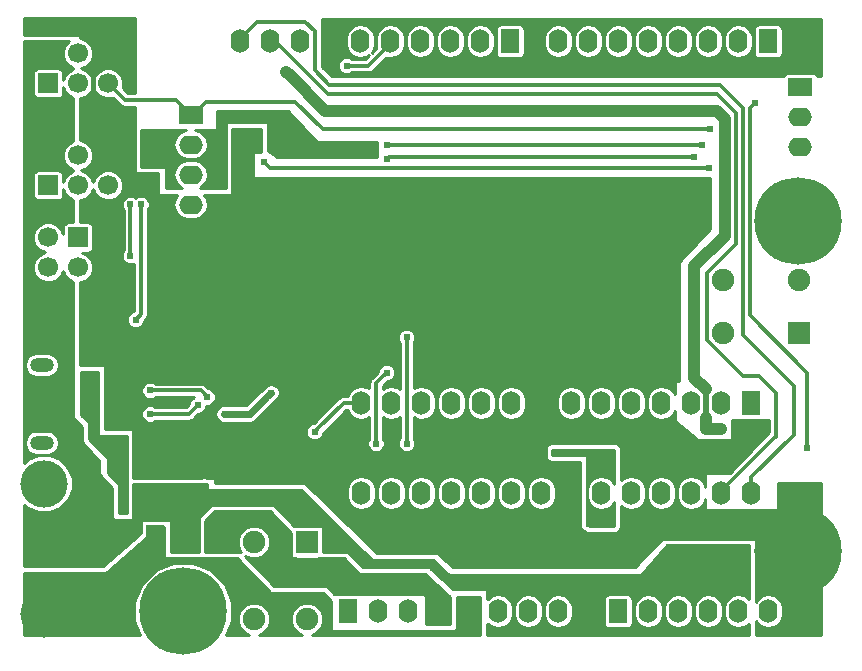
<source format=gbl>
G04 #@! TF.GenerationSoftware,KiCad,Pcbnew,(5.0.0-3-g5ebb6b6)*
G04 #@! TF.CreationDate,2018-09-25T22:11:26+10:00*
G04 #@! TF.ProjectId,arduinouno,61726475696E6F756E6F2E6B69636164,rev?*
G04 #@! TF.SameCoordinates,Original*
G04 #@! TF.FileFunction,Copper,L2,Bot,Signal*
G04 #@! TF.FilePolarity,Positive*
%FSLAX46Y46*%
G04 Gerber Fmt 4.6, Leading zero omitted, Abs format (unit mm)*
G04 Created by KiCad (PCBNEW (5.0.0-3-g5ebb6b6)) date Tuesday, 25 September 2018 at 10:11:26 PM*
%MOMM*%
%LPD*%
G01*
G04 APERTURE LIST*
G04 #@! TA.AperFunction,ComponentPad*
%ADD10C,1.900000*%
G04 #@! TD*
G04 #@! TA.AperFunction,ComponentPad*
%ADD11R,1.900000X1.900000*%
G04 #@! TD*
G04 #@! TA.AperFunction,ComponentPad*
%ADD12O,1.600000X2.000000*%
G04 #@! TD*
G04 #@! TA.AperFunction,ComponentPad*
%ADD13R,1.600000X2.000000*%
G04 #@! TD*
G04 #@! TA.AperFunction,ComponentPad*
%ADD14C,1.700000*%
G04 #@! TD*
G04 #@! TA.AperFunction,ComponentPad*
%ADD15R,1.700000X1.700000*%
G04 #@! TD*
G04 #@! TA.AperFunction,ComponentPad*
%ADD16O,2.000000X1.200000*%
G04 #@! TD*
G04 #@! TA.AperFunction,ComponentPad*
%ADD17C,4.000000*%
G04 #@! TD*
G04 #@! TA.AperFunction,ComponentPad*
%ADD18O,2.000000X1.600000*%
G04 #@! TD*
G04 #@! TA.AperFunction,ComponentPad*
%ADD19R,2.000000X1.600000*%
G04 #@! TD*
G04 #@! TA.AperFunction,ComponentPad*
%ADD20C,7.400000*%
G04 #@! TD*
G04 #@! TA.AperFunction,ViaPad*
%ADD21C,0.604800*%
G04 #@! TD*
G04 #@! TA.AperFunction,Conductor*
%ADD22C,0.600000*%
G04 #@! TD*
G04 #@! TA.AperFunction,Conductor*
%ADD23C,0.400000*%
G04 #@! TD*
G04 #@! TA.AperFunction,Conductor*
%ADD24C,0.300000*%
G04 #@! TD*
G04 #@! TA.AperFunction,Conductor*
%ADD25C,1.000000*%
G04 #@! TD*
G04 #@! TA.AperFunction,Conductor*
%ADD26C,0.500000*%
G04 #@! TD*
G04 #@! TA.AperFunction,Conductor*
%ADD27C,0.254000*%
G04 #@! TD*
G04 APERTURE END LIST*
D10*
G04 #@! TO.P,SW2,3*
G04 #@! TO.N,GND*
X121550000Y-95750000D03*
D11*
G04 #@! TO.P,SW2,1*
G04 #@! TO.N,/USER_BUTTON*
X126050000Y-95750000D03*
D10*
G04 #@! TO.P,SW2,2*
X126050000Y-102250000D03*
G04 #@! TO.P,SW2,4*
G04 #@! TO.N,GND*
X121550000Y-102250000D03*
G04 #@! TD*
G04 #@! TO.P,SW1,3*
G04 #@! TO.N,GND*
X167750000Y-73550000D03*
D11*
G04 #@! TO.P,SW1,1*
G04 #@! TO.N,/BUTTON_RESETn*
X167750000Y-78050000D03*
D10*
G04 #@! TO.P,SW1,2*
X161250000Y-78050000D03*
G04 #@! TO.P,SW1,4*
G04 #@! TO.N,GND*
X161250000Y-73550000D03*
G04 #@! TD*
D12*
G04 #@! TO.P,J4,10*
G04 #@! TO.N,/AD5_SCL*
X120396000Y-53340000D03*
G04 #@! TO.P,J4,9*
G04 #@! TO.N,/AD4_SDA*
X122936000Y-53340000D03*
G04 #@! TO.P,J4,8*
G04 #@! TO.N,+AREF*
X125476000Y-53340000D03*
G04 #@! TO.P,J4,7*
G04 #@! TO.N,GND*
X128016000Y-53340000D03*
G04 #@! TO.P,J4,6*
G04 #@! TO.N,/SCK*
X130556000Y-53340000D03*
G04 #@! TO.P,J4,5*
G04 #@! TO.N,/MISO*
X133096000Y-53340000D03*
G04 #@! TO.P,J4,4*
G04 #@! TO.N,/MOSI*
X135636000Y-53340000D03*
G04 #@! TO.P,J4,3*
G04 #@! TO.N,/SS*
X138176000Y-53340000D03*
G04 #@! TO.P,J4,2*
G04 #@! TO.N,/IO9*
X140716000Y-53340000D03*
D13*
G04 #@! TO.P,J4,1*
G04 #@! TO.N,/IO8*
X143256000Y-53340000D03*
G04 #@! TD*
D12*
G04 #@! TO.P,U1,28*
G04 #@! TO.N,/AD5_SCL*
X163665000Y-91567000D03*
G04 #@! TO.P,U1,27*
G04 #@! TO.N,/AD4_SDA*
X161125000Y-91567000D03*
G04 #@! TO.P,U1,26*
G04 #@! TO.N,/AD3*
X158585000Y-91567000D03*
G04 #@! TO.P,U1,25*
G04 #@! TO.N,/AD2*
X156045000Y-91567000D03*
G04 #@! TO.P,U1,24*
G04 #@! TO.N,/AD1*
X153505000Y-91567000D03*
G04 #@! TO.P,U1,23*
G04 #@! TO.N,/AD0*
X150965000Y-91567000D03*
G04 #@! TO.P,U1,22*
G04 #@! TO.N,GND*
X148425000Y-91567000D03*
G04 #@! TO.P,U1,21*
G04 #@! TO.N,+AREF*
X145885000Y-91567000D03*
G04 #@! TO.P,U1,20*
G04 #@! TO.N,/+5_3V3_328P_AVCC*
X143345000Y-91567000D03*
G04 #@! TO.P,U1,19*
G04 #@! TO.N,/SCK_R*
X140805000Y-91567000D03*
G04 #@! TO.P,U1,18*
G04 #@! TO.N,/MISO*
X138265000Y-91567000D03*
G04 #@! TO.P,U1,17*
G04 #@! TO.N,/MOSI*
X135725000Y-91567000D03*
G04 #@! TO.P,U1,16*
G04 #@! TO.N,/SS*
X133185000Y-91567000D03*
G04 #@! TO.P,U1,15*
G04 #@! TO.N,/IO9*
X130645000Y-91567000D03*
G04 #@! TO.P,U1,14*
G04 #@! TO.N,/IO8*
X130645000Y-83947000D03*
G04 #@! TO.P,U1,13*
G04 #@! TO.N,/IO7*
X133185000Y-83947000D03*
G04 #@! TO.P,U1,12*
G04 #@! TO.N,/IO6*
X135725000Y-83947000D03*
G04 #@! TO.P,U1,11*
G04 #@! TO.N,/IO5*
X138265000Y-83947000D03*
G04 #@! TO.P,U1,10*
G04 #@! TO.N,/328P_16MHZ_XTAL1*
X140805000Y-83947000D03*
G04 #@! TO.P,U1,9*
G04 #@! TO.N,/328P_16MHZ_XTAL2*
X143345000Y-83947000D03*
G04 #@! TO.P,U1,8*
G04 #@! TO.N,GND*
X145885000Y-83947000D03*
G04 #@! TO.P,U1,7*
G04 #@! TO.N,/+5_3V3_328P_VCC*
X148425000Y-83947000D03*
G04 #@! TO.P,U1,6*
G04 #@! TO.N,/IO4*
X150965000Y-83947000D03*
G04 #@! TO.P,U1,5*
G04 #@! TO.N,/IO3*
X153505000Y-83947000D03*
G04 #@! TO.P,U1,4*
G04 #@! TO.N,/IO2*
X156045000Y-83947000D03*
G04 #@! TO.P,U1,3*
G04 #@! TO.N,/IO1*
X158585000Y-83947000D03*
G04 #@! TO.P,U1,2*
G04 #@! TO.N,/IO0*
X161125000Y-83947000D03*
D13*
G04 #@! TO.P,U1,1*
G04 #@! TO.N,/328P_RESETn*
X163665000Y-83947000D03*
G04 #@! TD*
G04 #@! TO.P,J1,1*
G04 #@! TO.N,Net-(J1-Pad1)*
X129540000Y-101600000D03*
D12*
G04 #@! TO.P,J1,2*
G04 #@! TO.N,+5V_3V3*
X132080000Y-101600000D03*
G04 #@! TO.P,J1,3*
G04 #@! TO.N,/328P_RESETn*
X134620000Y-101600000D03*
G04 #@! TO.P,J1,4*
G04 #@! TO.N,+3V3*
X137160000Y-101600000D03*
G04 #@! TO.P,J1,5*
G04 #@! TO.N,+5V*
X139700000Y-101600000D03*
G04 #@! TO.P,J1,6*
G04 #@! TO.N,GND*
X142240000Y-101600000D03*
G04 #@! TO.P,J1,7*
X144780000Y-101600000D03*
G04 #@! TO.P,J1,8*
G04 #@! TO.N,Net-(J1-Pad8)*
X147320000Y-101600000D03*
G04 #@! TD*
G04 #@! TO.P,J2,6*
G04 #@! TO.N,/AD5_SCL*
X165100000Y-101600000D03*
G04 #@! TO.P,J2,5*
G04 #@! TO.N,/AD4_SDA*
X162560000Y-101600000D03*
G04 #@! TO.P,J2,4*
G04 #@! TO.N,/AD3*
X160020000Y-101600000D03*
G04 #@! TO.P,J2,3*
G04 #@! TO.N,/AD2*
X157480000Y-101600000D03*
G04 #@! TO.P,J2,2*
G04 #@! TO.N,/AD1*
X154940000Y-101600000D03*
D13*
G04 #@! TO.P,J2,1*
G04 #@! TO.N,/AD0*
X152400000Y-101600000D03*
G04 #@! TD*
G04 #@! TO.P,J3,1*
G04 #@! TO.N,/IO0*
X165100000Y-53340000D03*
D12*
G04 #@! TO.P,J3,2*
G04 #@! TO.N,/IO1*
X162560000Y-53340000D03*
G04 #@! TO.P,J3,3*
G04 #@! TO.N,/IO2*
X160020000Y-53340000D03*
G04 #@! TO.P,J3,4*
G04 #@! TO.N,/IO3*
X157480000Y-53340000D03*
G04 #@! TO.P,J3,5*
G04 #@! TO.N,/IO4*
X154940000Y-53340000D03*
G04 #@! TO.P,J3,6*
G04 #@! TO.N,/IO5*
X152400000Y-53340000D03*
G04 #@! TO.P,J3,7*
G04 #@! TO.N,/IO6*
X149860000Y-53340000D03*
G04 #@! TO.P,J3,8*
G04 #@! TO.N,/IO7*
X147320000Y-53340000D03*
G04 #@! TD*
D14*
G04 #@! TO.P,J5,5*
G04 #@! TO.N,/328P_RESETn*
X109220000Y-56896000D03*
G04 #@! TO.P,J5,6*
G04 #@! TO.N,GND*
X109220000Y-54356000D03*
G04 #@! TO.P,J5,3*
G04 #@! TO.N,/SCK*
X106680000Y-56896000D03*
G04 #@! TO.P,J5,4*
G04 #@! TO.N,/MOSI*
X106680000Y-54356000D03*
D15*
G04 #@! TO.P,J5,1*
G04 #@! TO.N,/MISO*
X104140000Y-56896000D03*
D14*
G04 #@! TO.P,J5,2*
G04 #@! TO.N,+5V_3V3*
X104140000Y-54356000D03*
G04 #@! TD*
G04 #@! TO.P,J6,5*
G04 #@! TO.N,/16U2_HDR_RESETn*
X109220000Y-65532000D03*
G04 #@! TO.P,J6,6*
G04 #@! TO.N,GND*
X109220000Y-62992000D03*
G04 #@! TO.P,J6,3*
G04 #@! TO.N,/16U2_SCLK*
X106680000Y-65532000D03*
G04 #@! TO.P,J6,4*
G04 #@! TO.N,/16U2_MOSI*
X106680000Y-62992000D03*
D15*
G04 #@! TO.P,J6,1*
G04 #@! TO.N,/16U2_MISO*
X104140000Y-65532000D03*
D14*
G04 #@! TO.P,J6,2*
G04 #@! TO.N,+5V_3V3*
X104140000Y-62992000D03*
G04 #@! TD*
D16*
G04 #@! TO.P,J7,11*
G04 #@! TO.N,GND*
X103600000Y-87340000D03*
G04 #@! TO.P,J7,10*
X103600000Y-80740000D03*
G04 #@! TD*
D17*
G04 #@! TO.P,J8,1*
G04 #@! TO.N,+5V*
X103800000Y-101800000D03*
G04 #@! TD*
G04 #@! TO.P,J9,1*
G04 #@! TO.N,GND*
X103800000Y-90800000D03*
G04 #@! TD*
D18*
G04 #@! TO.P,JP1,3*
G04 #@! TO.N,Net-(JP1-Pad3)*
X167800000Y-62320000D03*
G04 #@! TO.P,JP1,2*
G04 #@! TO.N,/16U2PROG_328P_RESETn*
X167800000Y-59780000D03*
D19*
G04 #@! TO.P,JP1,1*
G04 #@! TO.N,Net-(C11-Pad2)*
X167800000Y-57240000D03*
G04 #@! TD*
D14*
G04 #@! TO.P,JP2,3*
G04 #@! TO.N,/16U2_PB5*
X104140000Y-69939916D03*
G04 #@! TO.P,JP2,4*
G04 #@! TO.N,/16U2_PB7*
X104140000Y-72479916D03*
D15*
G04 #@! TO.P,JP2,1*
G04 #@! TO.N,/16U2_PB4*
X106680000Y-69939916D03*
D14*
G04 #@! TO.P,JP2,2*
G04 #@! TO.N,/16U2_PB6*
X106680000Y-72479916D03*
G04 #@! TD*
D18*
G04 #@! TO.P,JP3,4*
G04 #@! TO.N,/16U2_RESETn*
X116200000Y-67160000D03*
G04 #@! TO.P,JP3,3*
G04 #@! TO.N,/16U2_HDR_RESETn*
X116200000Y-64620000D03*
G04 #@! TO.P,JP3,2*
G04 #@! TO.N,/16U2_PB4*
X116200000Y-62080000D03*
D19*
G04 #@! TO.P,JP3,1*
G04 #@! TO.N,/328P_RESETn*
X116200000Y-59540000D03*
G04 #@! TD*
D12*
G04 #@! TO.P,JP4,3*
G04 #@! TO.N,+3V3*
X118300000Y-95340000D03*
G04 #@! TO.P,JP4,2*
G04 #@! TO.N,+5V_3V3*
X115760000Y-95340000D03*
D13*
G04 #@! TO.P,JP4,1*
G04 #@! TO.N,+5V*
X113220000Y-95340000D03*
G04 #@! TD*
D20*
G04 #@! TO.P,MH1,1*
G04 #@! TO.N,GND*
X115570000Y-101600000D03*
G04 #@! TD*
G04 #@! TO.P,MH2,1*
G04 #@! TO.N,GND*
X167640000Y-96520000D03*
G04 #@! TD*
G04 #@! TO.P,MH3,1*
G04 #@! TO.N,GND*
X167640000Y-68580000D03*
G04 #@! TD*
D21*
G04 #@! TO.N,GND*
X106700000Y-52050000D03*
X141600000Y-95400000D03*
X114500000Y-86600000D03*
X109900000Y-74750000D03*
X145500000Y-82300000D03*
X142000000Y-79300000D03*
X111850000Y-79800000D03*
X114800000Y-81850000D03*
X119250000Y-82950000D03*
X125550000Y-83700000D03*
X128550000Y-79600000D03*
X121800000Y-82894398D03*
X123600000Y-70650000D03*
X121950000Y-60900000D03*
X164750000Y-86500000D03*
X128700000Y-69500000D03*
X164700000Y-85750000D03*
X147150000Y-92850000D03*
X122300000Y-90550000D03*
X109450000Y-79250000D03*
X109094398Y-81550000D03*
X109290754Y-85950001D03*
X124400000Y-90550000D03*
X107100000Y-59000000D03*
X119950000Y-62450000D03*
X169400000Y-91400000D03*
X132100000Y-96400000D03*
X149200000Y-79300000D03*
X124000000Y-79200000D03*
X138552493Y-97647507D03*
X121040363Y-89740363D03*
X118400000Y-90600000D03*
X116600000Y-76900000D03*
X119900000Y-75400000D03*
X144400000Y-97600000D03*
X143500000Y-97600000D03*
X142600000Y-97600000D03*
X141700000Y-97600000D03*
X141000000Y-56000000D03*
X141000000Y-65199996D03*
X142099998Y-92900000D03*
X148399994Y-95100000D03*
X159900000Y-65300000D03*
X159900000Y-66100000D03*
X159900000Y-66900000D03*
X141700000Y-65200000D03*
X141700000Y-56000000D03*
X141000000Y-65900000D03*
X141700000Y-65900000D03*
X141000000Y-55300000D03*
X141700000Y-55300000D03*
X114500000Y-87300000D03*
X114500000Y-88000000D03*
X111800000Y-89100000D03*
X112500000Y-89100000D03*
X113200000Y-89100000D03*
X112500000Y-89800000D03*
X113300000Y-87300000D03*
G04 #@! TO.N,/+5V_USB*
X110450000Y-93000000D03*
X107300000Y-82400000D03*
X110450000Y-92150000D03*
X107300000Y-81600000D03*
G04 #@! TO.N,/+5_3V3_16U2*
X123000000Y-83100000D03*
X119100000Y-84900000D03*
G04 #@! TO.N,+5V_3V3*
X147950000Y-99850000D03*
X146150000Y-99250000D03*
X103200000Y-75900000D03*
X118650000Y-62655602D03*
X106000000Y-75899998D03*
X130300000Y-97100000D03*
X131499996Y-62000000D03*
X117335610Y-90970337D03*
X124200000Y-59899998D03*
X114500000Y-63300000D03*
X113800000Y-63600000D03*
X113800000Y-62900000D03*
X134100000Y-97600000D03*
X133400000Y-97600000D03*
X163200000Y-97000000D03*
X163200000Y-96300000D03*
G04 #@! TO.N,/328P_AUTORESETn*
X164000000Y-58550000D03*
X168394390Y-87809637D03*
G04 #@! TO.N,/+5_3V3_328P_VCC*
X147076058Y-88126058D03*
X149900000Y-94200000D03*
G04 #@! TO.N,+AREF*
X124300000Y-55900000D03*
X161100000Y-86200004D03*
X159900000Y-86200000D03*
G04 #@! TO.N,/328P_RESETn*
X160200000Y-60800000D03*
G04 #@! TO.N,/IO8*
X126700000Y-86400008D03*
G04 #@! TO.N,/IO9*
X131900000Y-87400000D03*
X132800000Y-81400000D03*
G04 #@! TO.N,/SS*
X134500000Y-87400000D03*
X134500000Y-78400000D03*
G04 #@! TO.N,/MISO*
X129400000Y-55400000D03*
G04 #@! TO.N,/16U2PROG_328P_RESETn*
X122400000Y-63600002D03*
X160100000Y-64100000D03*
G04 #@! TO.N,/16U2_PB4*
X111100000Y-67150000D03*
X111099994Y-71500000D03*
G04 #@! TO.N,/16U2_RESETn*
X112000000Y-67150000D03*
X111557404Y-76905938D03*
G04 #@! TO.N,/USB_N*
X112750000Y-82900000D03*
X117600000Y-83450000D03*
G04 #@! TO.N,/USB_P*
X112750000Y-84900000D03*
X116800000Y-84141159D03*
G04 #@! TO.N,/16U2_TXD*
X159500000Y-62100000D03*
X132800000Y-62100000D03*
G04 #@! TO.N,/16U2_RXD*
X158797032Y-63097235D03*
X132800000Y-63300004D03*
G04 #@! TD*
D22*
G04 #@! TO.N,GND*
X128016000Y-53340000D02*
X128016000Y-53366000D01*
X128016000Y-53366000D02*
X128600000Y-53950000D01*
X148425000Y-91567000D02*
X148425000Y-91575000D01*
X128550000Y-79600000D02*
X128600000Y-79600000D01*
X167640000Y-96520000D02*
X167640000Y-93334400D01*
X166020000Y-94900000D02*
X167640000Y-96520000D01*
X119950000Y-62450000D02*
X119950000Y-62400000D01*
X121344398Y-82950000D02*
X121400000Y-82894398D01*
X164700000Y-86450000D02*
X164750000Y-86500000D01*
X109094398Y-85753645D02*
X109290754Y-85950001D01*
D23*
X108370001Y-55205999D02*
X109220000Y-54356000D01*
X107933201Y-55642799D02*
X108370001Y-55205999D01*
X107933201Y-58166799D02*
X107933201Y-55642799D01*
X107100000Y-59000000D02*
X107933201Y-58166799D01*
D22*
G04 #@! TO.N,/+5_3V3_16U2*
X122697601Y-83402399D02*
X123000000Y-83100000D01*
X121200000Y-84900000D02*
X122697601Y-83402399D01*
X119000000Y-84900000D02*
X121200000Y-84900000D01*
G04 #@! TO.N,+5V_3V3*
X103558000Y-62992000D02*
X104140000Y-62992000D01*
X105999998Y-75900000D02*
X106000000Y-75899998D01*
D24*
G04 #@! TO.N,/328P_AUTORESETn*
X168394390Y-87381979D02*
X168394390Y-87809637D01*
X163553211Y-58996789D02*
X163553211Y-76553211D01*
X164000000Y-58550000D02*
X163553211Y-58996789D01*
X168394390Y-81394390D02*
X168394390Y-87381979D01*
X163553211Y-76553211D02*
X168394390Y-81394390D01*
D25*
G04 #@! TO.N,+AREF*
X161100000Y-86200004D02*
X160600004Y-86200004D01*
D26*
X159871790Y-85228210D02*
X159871790Y-82964351D01*
D25*
X161100000Y-86200004D02*
X159900004Y-86200004D01*
X159871790Y-86171790D02*
X159871790Y-85228210D01*
X159900004Y-86200004D02*
X159871790Y-86171790D01*
X127600000Y-59200000D02*
X124602399Y-56202399D01*
X161405601Y-59880601D02*
X160725000Y-59200000D01*
X160725000Y-59200000D02*
X127600000Y-59200000D01*
X158846789Y-72353211D02*
X161405601Y-69794399D01*
X124602399Y-56202399D02*
X124300000Y-55900000D01*
X158846789Y-81846789D02*
X158846789Y-72353211D01*
X161405601Y-69794399D02*
X161405601Y-59880601D01*
X159800000Y-82800000D02*
X158846789Y-81846789D01*
D24*
G04 #@! TO.N,/328P_RESETn*
X110624000Y-58300000D02*
X109220000Y-56896000D01*
X114960000Y-58300000D02*
X110624000Y-58300000D01*
X116200000Y-59540000D02*
X114960000Y-58300000D01*
X125040000Y-58440000D02*
X127400000Y-60800000D01*
X117500000Y-58440000D02*
X125040000Y-58440000D01*
X116200000Y-59540000D02*
X116400000Y-59540000D01*
X127400000Y-60800000D02*
X159772342Y-60800000D01*
X116400000Y-59540000D02*
X117500000Y-58440000D01*
X159772342Y-60800000D02*
X160200000Y-60800000D01*
G04 #@! TO.N,/AD4_SDA*
X161125000Y-91567000D02*
X161125000Y-91425000D01*
X161125000Y-91425000D02*
X165692000Y-86858000D01*
X164300000Y-81700000D02*
X165750000Y-83150000D01*
X159900000Y-78628738D02*
X162971262Y-81700000D01*
X159900000Y-72971262D02*
X159900000Y-78628738D01*
X162971262Y-81700000D02*
X164300000Y-81700000D01*
X162400000Y-70471262D02*
X159900000Y-72971262D01*
X162400000Y-59400000D02*
X162400000Y-70471262D01*
X165750000Y-83150000D02*
X165750000Y-86800000D01*
X160800000Y-57800000D02*
X162400000Y-59400000D01*
X127800000Y-57800000D02*
X160800000Y-57800000D01*
X123340000Y-53340000D02*
X127800000Y-57800000D01*
X122936000Y-53340000D02*
X123340000Y-53340000D01*
G04 #@! TO.N,/AD5_SCL*
X121836000Y-51700000D02*
X120396000Y-53140000D01*
X126700000Y-52500000D02*
X125900000Y-51700000D01*
X126700000Y-55800000D02*
X126700000Y-52500000D01*
X161000000Y-57000000D02*
X127900000Y-57000000D01*
X127900000Y-57000000D02*
X126700000Y-55800000D01*
X163000000Y-59000000D02*
X161000000Y-57000000D01*
X125900000Y-51700000D02*
X121836000Y-51700000D01*
X167300000Y-82536000D02*
X163000000Y-78236000D01*
X120396000Y-53140000D02*
X120396000Y-53340000D01*
X163665000Y-91567000D02*
X163665000Y-90267000D01*
X163000000Y-78236000D02*
X163000000Y-59000000D01*
X167300000Y-86632000D02*
X167300000Y-82536000D01*
X163665000Y-90267000D02*
X167300000Y-86632000D01*
G04 #@! TO.N,/IO8*
X129153008Y-83947000D02*
X127002399Y-86097609D01*
X130645000Y-83947000D02*
X129153008Y-83947000D01*
X127002399Y-86097609D02*
X126700000Y-86400008D01*
G04 #@! TO.N,/IO9*
X131900000Y-82300000D02*
X132497601Y-81702399D01*
X131900000Y-87400000D02*
X131900000Y-82300000D01*
X132497601Y-81702399D02*
X132800000Y-81400000D01*
G04 #@! TO.N,/SS*
X134500000Y-86972342D02*
X134500000Y-78400000D01*
X134500000Y-87400000D02*
X134500000Y-86972342D01*
G04 #@! TO.N,/MISO*
X133096000Y-53540000D02*
X131236000Y-55400000D01*
X133096000Y-53340000D02*
X133096000Y-53540000D01*
X129827658Y-55400000D02*
X129400000Y-55400000D01*
X131236000Y-55400000D02*
X129827658Y-55400000D01*
G04 #@! TO.N,/16U2PROG_328P_RESETn*
X122300000Y-63500002D02*
X122400000Y-63600002D01*
X159672342Y-64100000D02*
X160100000Y-64100000D01*
X122899998Y-64100000D02*
X159672342Y-64100000D01*
X122400000Y-63600002D02*
X122899998Y-64100000D01*
G04 #@! TO.N,/16U2_PB4*
X111100000Y-71499994D02*
X111099994Y-71500000D01*
X111100000Y-67150000D02*
X111100000Y-71499994D01*
G04 #@! TO.N,/16U2_RESETn*
X112000000Y-76463342D02*
X111557404Y-76905938D01*
X112000000Y-67150000D02*
X112000000Y-76463342D01*
G04 #@! TO.N,/USB_N*
X117050000Y-82900000D02*
X117297601Y-83147601D01*
X112750000Y-82900000D02*
X117050000Y-82900000D01*
X117297601Y-83147601D02*
X117600000Y-83450000D01*
G04 #@! TO.N,/USB_P*
X116041159Y-84900000D02*
X116497601Y-84443558D01*
X116497601Y-84443558D02*
X116800000Y-84141159D01*
X112750000Y-84900000D02*
X116041159Y-84900000D01*
G04 #@! TO.N,/16U2_TXD*
X159500000Y-62100000D02*
X132800000Y-62100000D01*
G04 #@! TO.N,/16U2_RXD*
X158797032Y-63097235D02*
X133002769Y-63097235D01*
X133002769Y-63097235D02*
X132800000Y-63300004D01*
G04 #@! TD*
D27*
G04 #@! TO.N,+5V*
G36*
X113973000Y-97000000D02*
X113982667Y-97048601D01*
X114010197Y-97089803D01*
X114051399Y-97117333D01*
X114100000Y-97127000D01*
X120146085Y-97127000D01*
X122908636Y-99988214D01*
X122949349Y-100016462D01*
X123000000Y-100027000D01*
X127442372Y-100027000D01*
X128073000Y-100747718D01*
X128073000Y-103100000D01*
X128082667Y-103148601D01*
X128110197Y-103189803D01*
X128151399Y-103217333D01*
X128200000Y-103227000D01*
X138600000Y-103227000D01*
X138648601Y-103217333D01*
X138689803Y-103189803D01*
X138717333Y-103148601D01*
X138727000Y-103100000D01*
X138727000Y-100427000D01*
X140673000Y-100427000D01*
X140673000Y-103573000D01*
X126454270Y-103573000D01*
X126830008Y-103417364D01*
X127217364Y-103030008D01*
X127427000Y-102523902D01*
X127427000Y-101976098D01*
X127217364Y-101469992D01*
X126830008Y-101082636D01*
X126323902Y-100873000D01*
X125776098Y-100873000D01*
X125269992Y-101082636D01*
X124882636Y-101469992D01*
X124673000Y-101976098D01*
X124673000Y-102523902D01*
X124882636Y-103030008D01*
X125269992Y-103417364D01*
X125645730Y-103573000D01*
X121954270Y-103573000D01*
X122330008Y-103417364D01*
X122717364Y-103030008D01*
X122927000Y-102523902D01*
X122927000Y-101976098D01*
X122717364Y-101469992D01*
X122330008Y-101082636D01*
X121823902Y-100873000D01*
X121276098Y-100873000D01*
X120769992Y-101082636D01*
X120382636Y-101469992D01*
X120173000Y-101976098D01*
X120173000Y-102523902D01*
X120382636Y-103030008D01*
X120769992Y-103417364D01*
X121145730Y-103573000D01*
X119219790Y-103573000D01*
X119697000Y-102420911D01*
X119697000Y-100779089D01*
X119068702Y-99262242D01*
X117907758Y-98101298D01*
X116390911Y-97473000D01*
X114749089Y-97473000D01*
X113232242Y-98101298D01*
X112071298Y-99262242D01*
X111443000Y-100779089D01*
X111443000Y-102420911D01*
X111920210Y-103573000D01*
X102127000Y-103573000D01*
X102127000Y-98327000D01*
X109000000Y-98327000D01*
X109048601Y-98317333D01*
X109084026Y-98295229D01*
X112484026Y-95295229D01*
X112514073Y-95255825D01*
X112527000Y-95200000D01*
X112527000Y-94427000D01*
X113973000Y-94427000D01*
X113973000Y-97000000D01*
X113973000Y-97000000D01*
G37*
X113973000Y-97000000D02*
X113982667Y-97048601D01*
X114010197Y-97089803D01*
X114051399Y-97117333D01*
X114100000Y-97127000D01*
X120146085Y-97127000D01*
X122908636Y-99988214D01*
X122949349Y-100016462D01*
X123000000Y-100027000D01*
X127442372Y-100027000D01*
X128073000Y-100747718D01*
X128073000Y-103100000D01*
X128082667Y-103148601D01*
X128110197Y-103189803D01*
X128151399Y-103217333D01*
X128200000Y-103227000D01*
X138600000Y-103227000D01*
X138648601Y-103217333D01*
X138689803Y-103189803D01*
X138717333Y-103148601D01*
X138727000Y-103100000D01*
X138727000Y-100427000D01*
X140673000Y-100427000D01*
X140673000Y-103573000D01*
X126454270Y-103573000D01*
X126830008Y-103417364D01*
X127217364Y-103030008D01*
X127427000Y-102523902D01*
X127427000Y-101976098D01*
X127217364Y-101469992D01*
X126830008Y-101082636D01*
X126323902Y-100873000D01*
X125776098Y-100873000D01*
X125269992Y-101082636D01*
X124882636Y-101469992D01*
X124673000Y-101976098D01*
X124673000Y-102523902D01*
X124882636Y-103030008D01*
X125269992Y-103417364D01*
X125645730Y-103573000D01*
X121954270Y-103573000D01*
X122330008Y-103417364D01*
X122717364Y-103030008D01*
X122927000Y-102523902D01*
X122927000Y-101976098D01*
X122717364Y-101469992D01*
X122330008Y-101082636D01*
X121823902Y-100873000D01*
X121276098Y-100873000D01*
X120769992Y-101082636D01*
X120382636Y-101469992D01*
X120173000Y-101976098D01*
X120173000Y-102523902D01*
X120382636Y-103030008D01*
X120769992Y-103417364D01*
X121145730Y-103573000D01*
X119219790Y-103573000D01*
X119697000Y-102420911D01*
X119697000Y-100779089D01*
X119068702Y-99262242D01*
X117907758Y-98101298D01*
X116390911Y-97473000D01*
X114749089Y-97473000D01*
X113232242Y-98101298D01*
X112071298Y-99262242D01*
X111443000Y-100779089D01*
X111443000Y-102420911D01*
X111920210Y-103573000D01*
X102127000Y-103573000D01*
X102127000Y-98327000D01*
X109000000Y-98327000D01*
X109048601Y-98317333D01*
X109084026Y-98295229D01*
X112484026Y-95295229D01*
X112514073Y-95255825D01*
X112527000Y-95200000D01*
X112527000Y-94427000D01*
X113973000Y-94427000D01*
X113973000Y-97000000D01*
G04 #@! TO.N,+3V3*
G36*
X124664635Y-94941776D02*
X124664635Y-96700000D01*
X124673000Y-96742054D01*
X124673000Y-97000000D01*
X124682667Y-97048601D01*
X124710197Y-97089803D01*
X124751399Y-97117333D01*
X124800000Y-97127000D01*
X125057946Y-97127000D01*
X125100000Y-97135365D01*
X127000000Y-97135365D01*
X127042054Y-97127000D01*
X129147394Y-97127000D01*
X130410197Y-98389803D01*
X130451399Y-98417333D01*
X130500000Y-98427000D01*
X136050902Y-98427000D01*
X138173000Y-100356180D01*
X138173000Y-102673000D01*
X136127000Y-102673000D01*
X136127000Y-100300000D01*
X136117333Y-100251399D01*
X136089803Y-100210197D01*
X136048601Y-100182667D01*
X136000000Y-100173000D01*
X134740847Y-100173000D01*
X134620000Y-100148962D01*
X134499153Y-100173000D01*
X132200847Y-100173000D01*
X132080000Y-100148962D01*
X131959153Y-100173000D01*
X130382054Y-100173000D01*
X130340000Y-100164635D01*
X128740000Y-100164635D01*
X128697946Y-100173000D01*
X128358413Y-100173000D01*
X127796426Y-99517349D01*
X127757457Y-99486740D01*
X127700000Y-99473000D01*
X123253915Y-99473000D01*
X120797343Y-96928693D01*
X121276098Y-97127000D01*
X121823902Y-97127000D01*
X122330008Y-96917364D01*
X122717364Y-96530008D01*
X122927000Y-96023902D01*
X122927000Y-95476098D01*
X122717364Y-94969992D01*
X122330008Y-94582636D01*
X121823902Y-94373000D01*
X121276098Y-94373000D01*
X120769992Y-94582636D01*
X120382636Y-94969992D01*
X120173000Y-95476098D01*
X120173000Y-96023902D01*
X120382636Y-96530008D01*
X120432361Y-96579733D01*
X120400000Y-96573000D01*
X117427000Y-96573000D01*
X117427000Y-93952606D01*
X118252606Y-93127000D01*
X122945373Y-93127000D01*
X124664635Y-94941776D01*
X124664635Y-94941776D01*
G37*
X124664635Y-94941776D02*
X124664635Y-96700000D01*
X124673000Y-96742054D01*
X124673000Y-97000000D01*
X124682667Y-97048601D01*
X124710197Y-97089803D01*
X124751399Y-97117333D01*
X124800000Y-97127000D01*
X125057946Y-97127000D01*
X125100000Y-97135365D01*
X127000000Y-97135365D01*
X127042054Y-97127000D01*
X129147394Y-97127000D01*
X130410197Y-98389803D01*
X130451399Y-98417333D01*
X130500000Y-98427000D01*
X136050902Y-98427000D01*
X138173000Y-100356180D01*
X138173000Y-102673000D01*
X136127000Y-102673000D01*
X136127000Y-100300000D01*
X136117333Y-100251399D01*
X136089803Y-100210197D01*
X136048601Y-100182667D01*
X136000000Y-100173000D01*
X134740847Y-100173000D01*
X134620000Y-100148962D01*
X134499153Y-100173000D01*
X132200847Y-100173000D01*
X132080000Y-100148962D01*
X131959153Y-100173000D01*
X130382054Y-100173000D01*
X130340000Y-100164635D01*
X128740000Y-100164635D01*
X128697946Y-100173000D01*
X128358413Y-100173000D01*
X127796426Y-99517349D01*
X127757457Y-99486740D01*
X127700000Y-99473000D01*
X123253915Y-99473000D01*
X120797343Y-96928693D01*
X121276098Y-97127000D01*
X121823902Y-97127000D01*
X122330008Y-96917364D01*
X122717364Y-96530008D01*
X122927000Y-96023902D01*
X122927000Y-95476098D01*
X122717364Y-94969992D01*
X122330008Y-94582636D01*
X121823902Y-94373000D01*
X121276098Y-94373000D01*
X120769992Y-94582636D01*
X120382636Y-94969992D01*
X120173000Y-95476098D01*
X120173000Y-96023902D01*
X120382636Y-96530008D01*
X120432361Y-96579733D01*
X120400000Y-96573000D01*
X117427000Y-96573000D01*
X117427000Y-93952606D01*
X118252606Y-93127000D01*
X122945373Y-93127000D01*
X124664635Y-94941776D01*
G04 #@! TO.N,/+5V_USB*
G36*
X108373000Y-81385594D02*
X108364998Y-81404913D01*
X108364998Y-81695087D01*
X108373000Y-81714406D01*
X108373000Y-85653887D01*
X108353157Y-85753645D01*
X108373000Y-85853403D01*
X108373000Y-86600000D01*
X108382667Y-86648601D01*
X108410197Y-86689803D01*
X108451399Y-86717333D01*
X108500000Y-86727000D01*
X110773000Y-86727000D01*
X110773000Y-93273000D01*
X110127000Y-93273000D01*
X110127000Y-90800000D01*
X110117333Y-90751399D01*
X110089803Y-90710197D01*
X109227000Y-89847394D01*
X109227000Y-88700000D01*
X109217333Y-88651399D01*
X109189803Y-88610197D01*
X107627000Y-87047394D01*
X107627000Y-85700000D01*
X107617333Y-85651399D01*
X107589803Y-85610197D01*
X106927000Y-84947394D01*
X106927000Y-81327000D01*
X108373000Y-81327000D01*
X108373000Y-81385594D01*
X108373000Y-81385594D01*
G37*
X108373000Y-81385594D02*
X108364998Y-81404913D01*
X108364998Y-81695087D01*
X108373000Y-81714406D01*
X108373000Y-85653887D01*
X108353157Y-85753645D01*
X108373000Y-85853403D01*
X108373000Y-86600000D01*
X108382667Y-86648601D01*
X108410197Y-86689803D01*
X108451399Y-86717333D01*
X108500000Y-86727000D01*
X110773000Y-86727000D01*
X110773000Y-93273000D01*
X110127000Y-93273000D01*
X110127000Y-90800000D01*
X110117333Y-90751399D01*
X110089803Y-90710197D01*
X109227000Y-89847394D01*
X109227000Y-88700000D01*
X109217333Y-88651399D01*
X109189803Y-88610197D01*
X107627000Y-87047394D01*
X107627000Y-85700000D01*
X107617333Y-85651399D01*
X107589803Y-85610197D01*
X106927000Y-84947394D01*
X106927000Y-81327000D01*
X108373000Y-81327000D01*
X108373000Y-81385594D01*
G04 #@! TO.N,+5V_3V3*
G36*
X105597412Y-53632638D02*
X105403000Y-54101989D01*
X105403000Y-54610011D01*
X105597412Y-55079362D01*
X105956638Y-55438588D01*
X106273000Y-55569630D01*
X106273000Y-55682370D01*
X105956638Y-55813412D01*
X105597412Y-56172638D01*
X105425365Y-56587995D01*
X105425365Y-56046000D01*
X105392225Y-55879393D01*
X105297850Y-55738150D01*
X105156607Y-55643775D01*
X104990000Y-55610635D01*
X103290000Y-55610635D01*
X103123393Y-55643775D01*
X102982150Y-55738150D01*
X102887775Y-55879393D01*
X102854635Y-56046000D01*
X102854635Y-57746000D01*
X102887775Y-57912607D01*
X102982150Y-58053850D01*
X103123393Y-58148225D01*
X103290000Y-58181365D01*
X104990000Y-58181365D01*
X105156607Y-58148225D01*
X105297850Y-58053850D01*
X105392225Y-57912607D01*
X105425365Y-57746000D01*
X105425365Y-57204005D01*
X105597412Y-57619362D01*
X105956638Y-57978588D01*
X106273000Y-58109630D01*
X106273000Y-61778370D01*
X105956638Y-61909412D01*
X105597412Y-62268638D01*
X105403000Y-62737989D01*
X105403000Y-63246011D01*
X105597412Y-63715362D01*
X105956638Y-64074588D01*
X106273000Y-64205630D01*
X106273000Y-64318370D01*
X105956638Y-64449412D01*
X105597412Y-64808638D01*
X105425365Y-65223995D01*
X105425365Y-64682000D01*
X105392225Y-64515393D01*
X105297850Y-64374150D01*
X105156607Y-64279775D01*
X104990000Y-64246635D01*
X103290000Y-64246635D01*
X103123393Y-64279775D01*
X102982150Y-64374150D01*
X102887775Y-64515393D01*
X102854635Y-64682000D01*
X102854635Y-66382000D01*
X102887775Y-66548607D01*
X102982150Y-66689850D01*
X103123393Y-66784225D01*
X103290000Y-66817365D01*
X104990000Y-66817365D01*
X105156607Y-66784225D01*
X105297850Y-66689850D01*
X105392225Y-66548607D01*
X105425365Y-66382000D01*
X105425365Y-65840005D01*
X105597412Y-66255362D01*
X105956638Y-66614588D01*
X106273000Y-66745630D01*
X106273000Y-68654551D01*
X105830000Y-68654551D01*
X105663393Y-68687691D01*
X105522150Y-68782066D01*
X105427775Y-68923309D01*
X105394635Y-69089916D01*
X105394635Y-69631911D01*
X105222588Y-69216554D01*
X104863362Y-68857328D01*
X104394011Y-68662916D01*
X103885989Y-68662916D01*
X103416638Y-68857328D01*
X103057412Y-69216554D01*
X102863000Y-69685905D01*
X102863000Y-70193927D01*
X103057412Y-70663278D01*
X103416638Y-71022504D01*
X103869090Y-71209916D01*
X103416638Y-71397328D01*
X103057412Y-71756554D01*
X102863000Y-72225905D01*
X102863000Y-72733927D01*
X103057412Y-73203278D01*
X103416638Y-73562504D01*
X103885989Y-73756916D01*
X104394011Y-73756916D01*
X104863362Y-73562504D01*
X105222588Y-73203278D01*
X105410000Y-72750826D01*
X105597412Y-73203278D01*
X105956638Y-73562504D01*
X106273000Y-73693546D01*
X106273000Y-85200000D01*
X106282667Y-85248601D01*
X106310197Y-85289803D01*
X106973000Y-85952606D01*
X106973000Y-87200000D01*
X106982667Y-87248601D01*
X107010197Y-87289803D01*
X107807216Y-88086822D01*
X108473000Y-88847718D01*
X108473000Y-90000000D01*
X108482667Y-90048601D01*
X108510197Y-90089803D01*
X109573000Y-91152606D01*
X109573000Y-93700000D01*
X109582667Y-93748601D01*
X109610197Y-93789803D01*
X109651399Y-93817333D01*
X109700000Y-93827000D01*
X111200000Y-93827000D01*
X111248601Y-93817333D01*
X111289803Y-93789803D01*
X111317333Y-93748601D01*
X111327000Y-93700000D01*
X111327000Y-90827000D01*
X117573000Y-90827000D01*
X117573000Y-91200000D01*
X117582667Y-91248601D01*
X117610197Y-91289803D01*
X117651399Y-91317333D01*
X117700000Y-91327000D01*
X118249119Y-91327000D01*
X118254913Y-91329400D01*
X118545087Y-91329400D01*
X118550881Y-91327000D01*
X125548019Y-91327000D01*
X131510955Y-97190554D01*
X131552387Y-97217737D01*
X131600000Y-97227000D01*
X136750128Y-97227000D01*
X138113583Y-98493065D01*
X138155775Y-98519051D01*
X138200000Y-98527000D01*
X154200000Y-98527000D01*
X154248601Y-98517333D01*
X154293463Y-98485986D01*
X156555730Y-96027000D01*
X163473000Y-96027000D01*
X163473000Y-100557861D01*
X163444617Y-100515383D01*
X163038751Y-100244192D01*
X162560000Y-100148962D01*
X162081248Y-100244192D01*
X161675383Y-100515383D01*
X161404192Y-100921249D01*
X161333000Y-101279154D01*
X161333000Y-101920847D01*
X161404192Y-102278752D01*
X161675384Y-102684617D01*
X162081249Y-102955808D01*
X162560000Y-103051038D01*
X163038752Y-102955808D01*
X163444617Y-102684617D01*
X163473000Y-102642139D01*
X163473000Y-103573000D01*
X141327000Y-103573000D01*
X141327000Y-102642138D01*
X141355384Y-102684617D01*
X141761249Y-102955808D01*
X142240000Y-103051038D01*
X142718752Y-102955808D01*
X143124617Y-102684617D01*
X143395808Y-102278751D01*
X143467000Y-101920846D01*
X143467000Y-101279154D01*
X143553000Y-101279154D01*
X143553000Y-101920847D01*
X143624192Y-102278752D01*
X143895384Y-102684617D01*
X144301249Y-102955808D01*
X144780000Y-103051038D01*
X145258752Y-102955808D01*
X145664617Y-102684617D01*
X145935808Y-102278751D01*
X146007000Y-101920846D01*
X146007000Y-101279154D01*
X146093000Y-101279154D01*
X146093000Y-101920847D01*
X146164192Y-102278752D01*
X146435384Y-102684617D01*
X146841249Y-102955808D01*
X147320000Y-103051038D01*
X147798752Y-102955808D01*
X148204617Y-102684617D01*
X148475808Y-102278751D01*
X148547000Y-101920846D01*
X148547000Y-101279153D01*
X148475808Y-100921248D01*
X148261157Y-100600000D01*
X151164635Y-100600000D01*
X151164635Y-102600000D01*
X151197775Y-102766607D01*
X151292150Y-102907850D01*
X151433393Y-103002225D01*
X151600000Y-103035365D01*
X153200000Y-103035365D01*
X153366607Y-103002225D01*
X153507850Y-102907850D01*
X153602225Y-102766607D01*
X153635365Y-102600000D01*
X153635365Y-101279154D01*
X153713000Y-101279154D01*
X153713000Y-101920847D01*
X153784192Y-102278752D01*
X154055384Y-102684617D01*
X154461249Y-102955808D01*
X154940000Y-103051038D01*
X155418752Y-102955808D01*
X155824617Y-102684617D01*
X156095808Y-102278751D01*
X156167000Y-101920846D01*
X156167000Y-101279154D01*
X156253000Y-101279154D01*
X156253000Y-101920847D01*
X156324192Y-102278752D01*
X156595384Y-102684617D01*
X157001249Y-102955808D01*
X157480000Y-103051038D01*
X157958752Y-102955808D01*
X158364617Y-102684617D01*
X158635808Y-102278751D01*
X158707000Y-101920846D01*
X158707000Y-101279154D01*
X158793000Y-101279154D01*
X158793000Y-101920847D01*
X158864192Y-102278752D01*
X159135384Y-102684617D01*
X159541249Y-102955808D01*
X160020000Y-103051038D01*
X160498752Y-102955808D01*
X160904617Y-102684617D01*
X161175808Y-102278751D01*
X161247000Y-101920846D01*
X161247000Y-101279153D01*
X161175808Y-100921248D01*
X160904617Y-100515383D01*
X160498751Y-100244192D01*
X160020000Y-100148962D01*
X159541248Y-100244192D01*
X159135383Y-100515383D01*
X158864192Y-100921249D01*
X158793000Y-101279154D01*
X158707000Y-101279154D01*
X158707000Y-101279153D01*
X158635808Y-100921248D01*
X158364617Y-100515383D01*
X157958751Y-100244192D01*
X157480000Y-100148962D01*
X157001248Y-100244192D01*
X156595383Y-100515383D01*
X156324192Y-100921249D01*
X156253000Y-101279154D01*
X156167000Y-101279154D01*
X156167000Y-101279153D01*
X156095808Y-100921248D01*
X155824617Y-100515383D01*
X155418751Y-100244192D01*
X154940000Y-100148962D01*
X154461248Y-100244192D01*
X154055383Y-100515383D01*
X153784192Y-100921249D01*
X153713000Y-101279154D01*
X153635365Y-101279154D01*
X153635365Y-100600000D01*
X153602225Y-100433393D01*
X153507850Y-100292150D01*
X153366607Y-100197775D01*
X153200000Y-100164635D01*
X151600000Y-100164635D01*
X151433393Y-100197775D01*
X151292150Y-100292150D01*
X151197775Y-100433393D01*
X151164635Y-100600000D01*
X148261157Y-100600000D01*
X148204617Y-100515383D01*
X147798751Y-100244192D01*
X147320000Y-100148962D01*
X146841248Y-100244192D01*
X146435383Y-100515383D01*
X146164192Y-100921249D01*
X146093000Y-101279154D01*
X146007000Y-101279154D01*
X146007000Y-101279153D01*
X145935808Y-100921248D01*
X145664617Y-100515383D01*
X145258751Y-100244192D01*
X144780000Y-100148962D01*
X144301248Y-100244192D01*
X143895383Y-100515383D01*
X143624192Y-100921249D01*
X143553000Y-101279154D01*
X143467000Y-101279154D01*
X143467000Y-101279153D01*
X143395808Y-100921248D01*
X143124617Y-100515383D01*
X142718751Y-100244192D01*
X142240000Y-100148962D01*
X141761248Y-100244192D01*
X141355383Y-100515383D01*
X141327000Y-100557861D01*
X141327000Y-99800000D01*
X141317333Y-99751399D01*
X141289803Y-99710197D01*
X141248601Y-99682667D01*
X141200000Y-99673000D01*
X138448735Y-99673000D01*
X136484959Y-97905602D01*
X136442367Y-97880275D01*
X136400000Y-97873000D01*
X130752606Y-97873000D01*
X129489803Y-96610197D01*
X129448601Y-96582667D01*
X129400000Y-96573000D01*
X127435365Y-96573000D01*
X127435365Y-94800000D01*
X127427000Y-94757946D01*
X127427000Y-94500000D01*
X127417333Y-94451399D01*
X127389803Y-94410197D01*
X127348601Y-94382667D01*
X127300000Y-94373000D01*
X127042054Y-94373000D01*
X127000000Y-94364635D01*
X125100000Y-94364635D01*
X125057946Y-94373000D01*
X124954743Y-94373000D01*
X123292331Y-92612799D01*
X123251932Y-92584103D01*
X123200000Y-92573000D01*
X118000000Y-92573000D01*
X117951399Y-92582667D01*
X117910197Y-92610197D01*
X116910197Y-93610197D01*
X116882667Y-93651399D01*
X116873000Y-93700000D01*
X116873000Y-96573000D01*
X114527000Y-96573000D01*
X114527000Y-94000000D01*
X114517333Y-93951399D01*
X114489803Y-93910197D01*
X114448601Y-93882667D01*
X114400000Y-93873000D01*
X112100000Y-93873000D01*
X112051399Y-93882667D01*
X112010197Y-93910197D01*
X111982667Y-93951399D01*
X111973000Y-94000000D01*
X111973000Y-94942535D01*
X108752126Y-97773000D01*
X102127000Y-97773000D01*
X102127000Y-92559296D01*
X102425215Y-92857511D01*
X103317240Y-93227000D01*
X104282760Y-93227000D01*
X105174785Y-92857511D01*
X105857511Y-92174785D01*
X106227000Y-91282760D01*
X106227000Y-90317240D01*
X105857511Y-89425215D01*
X105174785Y-88742489D01*
X104282760Y-88373000D01*
X103317240Y-88373000D01*
X102425215Y-88742489D01*
X102127000Y-89040704D01*
X102127000Y-87340000D01*
X102152880Y-87340000D01*
X102232587Y-87740715D01*
X102459574Y-88080426D01*
X102799285Y-88307413D01*
X103098850Y-88367000D01*
X104101150Y-88367000D01*
X104400715Y-88307413D01*
X104740426Y-88080426D01*
X104967413Y-87740715D01*
X105047120Y-87340000D01*
X104967413Y-86939285D01*
X104740426Y-86599574D01*
X104400715Y-86372587D01*
X104101150Y-86313000D01*
X103098850Y-86313000D01*
X102799285Y-86372587D01*
X102459574Y-86599574D01*
X102232587Y-86939285D01*
X102152880Y-87340000D01*
X102127000Y-87340000D01*
X102127000Y-80740000D01*
X102152880Y-80740000D01*
X102232587Y-81140715D01*
X102459574Y-81480426D01*
X102799285Y-81707413D01*
X103098850Y-81767000D01*
X104101150Y-81767000D01*
X104400715Y-81707413D01*
X104740426Y-81480426D01*
X104967413Y-81140715D01*
X105047120Y-80740000D01*
X104967413Y-80339285D01*
X104740426Y-79999574D01*
X104400715Y-79772587D01*
X104101150Y-79713000D01*
X103098850Y-79713000D01*
X102799285Y-79772587D01*
X102459574Y-79999574D01*
X102232587Y-80339285D01*
X102152880Y-80740000D01*
X102127000Y-80740000D01*
X102127000Y-53327000D01*
X105903050Y-53327000D01*
X105597412Y-53632638D01*
X105597412Y-53632638D01*
G37*
X105597412Y-53632638D02*
X105403000Y-54101989D01*
X105403000Y-54610011D01*
X105597412Y-55079362D01*
X105956638Y-55438588D01*
X106273000Y-55569630D01*
X106273000Y-55682370D01*
X105956638Y-55813412D01*
X105597412Y-56172638D01*
X105425365Y-56587995D01*
X105425365Y-56046000D01*
X105392225Y-55879393D01*
X105297850Y-55738150D01*
X105156607Y-55643775D01*
X104990000Y-55610635D01*
X103290000Y-55610635D01*
X103123393Y-55643775D01*
X102982150Y-55738150D01*
X102887775Y-55879393D01*
X102854635Y-56046000D01*
X102854635Y-57746000D01*
X102887775Y-57912607D01*
X102982150Y-58053850D01*
X103123393Y-58148225D01*
X103290000Y-58181365D01*
X104990000Y-58181365D01*
X105156607Y-58148225D01*
X105297850Y-58053850D01*
X105392225Y-57912607D01*
X105425365Y-57746000D01*
X105425365Y-57204005D01*
X105597412Y-57619362D01*
X105956638Y-57978588D01*
X106273000Y-58109630D01*
X106273000Y-61778370D01*
X105956638Y-61909412D01*
X105597412Y-62268638D01*
X105403000Y-62737989D01*
X105403000Y-63246011D01*
X105597412Y-63715362D01*
X105956638Y-64074588D01*
X106273000Y-64205630D01*
X106273000Y-64318370D01*
X105956638Y-64449412D01*
X105597412Y-64808638D01*
X105425365Y-65223995D01*
X105425365Y-64682000D01*
X105392225Y-64515393D01*
X105297850Y-64374150D01*
X105156607Y-64279775D01*
X104990000Y-64246635D01*
X103290000Y-64246635D01*
X103123393Y-64279775D01*
X102982150Y-64374150D01*
X102887775Y-64515393D01*
X102854635Y-64682000D01*
X102854635Y-66382000D01*
X102887775Y-66548607D01*
X102982150Y-66689850D01*
X103123393Y-66784225D01*
X103290000Y-66817365D01*
X104990000Y-66817365D01*
X105156607Y-66784225D01*
X105297850Y-66689850D01*
X105392225Y-66548607D01*
X105425365Y-66382000D01*
X105425365Y-65840005D01*
X105597412Y-66255362D01*
X105956638Y-66614588D01*
X106273000Y-66745630D01*
X106273000Y-68654551D01*
X105830000Y-68654551D01*
X105663393Y-68687691D01*
X105522150Y-68782066D01*
X105427775Y-68923309D01*
X105394635Y-69089916D01*
X105394635Y-69631911D01*
X105222588Y-69216554D01*
X104863362Y-68857328D01*
X104394011Y-68662916D01*
X103885989Y-68662916D01*
X103416638Y-68857328D01*
X103057412Y-69216554D01*
X102863000Y-69685905D01*
X102863000Y-70193927D01*
X103057412Y-70663278D01*
X103416638Y-71022504D01*
X103869090Y-71209916D01*
X103416638Y-71397328D01*
X103057412Y-71756554D01*
X102863000Y-72225905D01*
X102863000Y-72733927D01*
X103057412Y-73203278D01*
X103416638Y-73562504D01*
X103885989Y-73756916D01*
X104394011Y-73756916D01*
X104863362Y-73562504D01*
X105222588Y-73203278D01*
X105410000Y-72750826D01*
X105597412Y-73203278D01*
X105956638Y-73562504D01*
X106273000Y-73693546D01*
X106273000Y-85200000D01*
X106282667Y-85248601D01*
X106310197Y-85289803D01*
X106973000Y-85952606D01*
X106973000Y-87200000D01*
X106982667Y-87248601D01*
X107010197Y-87289803D01*
X107807216Y-88086822D01*
X108473000Y-88847718D01*
X108473000Y-90000000D01*
X108482667Y-90048601D01*
X108510197Y-90089803D01*
X109573000Y-91152606D01*
X109573000Y-93700000D01*
X109582667Y-93748601D01*
X109610197Y-93789803D01*
X109651399Y-93817333D01*
X109700000Y-93827000D01*
X111200000Y-93827000D01*
X111248601Y-93817333D01*
X111289803Y-93789803D01*
X111317333Y-93748601D01*
X111327000Y-93700000D01*
X111327000Y-90827000D01*
X117573000Y-90827000D01*
X117573000Y-91200000D01*
X117582667Y-91248601D01*
X117610197Y-91289803D01*
X117651399Y-91317333D01*
X117700000Y-91327000D01*
X118249119Y-91327000D01*
X118254913Y-91329400D01*
X118545087Y-91329400D01*
X118550881Y-91327000D01*
X125548019Y-91327000D01*
X131510955Y-97190554D01*
X131552387Y-97217737D01*
X131600000Y-97227000D01*
X136750128Y-97227000D01*
X138113583Y-98493065D01*
X138155775Y-98519051D01*
X138200000Y-98527000D01*
X154200000Y-98527000D01*
X154248601Y-98517333D01*
X154293463Y-98485986D01*
X156555730Y-96027000D01*
X163473000Y-96027000D01*
X163473000Y-100557861D01*
X163444617Y-100515383D01*
X163038751Y-100244192D01*
X162560000Y-100148962D01*
X162081248Y-100244192D01*
X161675383Y-100515383D01*
X161404192Y-100921249D01*
X161333000Y-101279154D01*
X161333000Y-101920847D01*
X161404192Y-102278752D01*
X161675384Y-102684617D01*
X162081249Y-102955808D01*
X162560000Y-103051038D01*
X163038752Y-102955808D01*
X163444617Y-102684617D01*
X163473000Y-102642139D01*
X163473000Y-103573000D01*
X141327000Y-103573000D01*
X141327000Y-102642138D01*
X141355384Y-102684617D01*
X141761249Y-102955808D01*
X142240000Y-103051038D01*
X142718752Y-102955808D01*
X143124617Y-102684617D01*
X143395808Y-102278751D01*
X143467000Y-101920846D01*
X143467000Y-101279154D01*
X143553000Y-101279154D01*
X143553000Y-101920847D01*
X143624192Y-102278752D01*
X143895384Y-102684617D01*
X144301249Y-102955808D01*
X144780000Y-103051038D01*
X145258752Y-102955808D01*
X145664617Y-102684617D01*
X145935808Y-102278751D01*
X146007000Y-101920846D01*
X146007000Y-101279154D01*
X146093000Y-101279154D01*
X146093000Y-101920847D01*
X146164192Y-102278752D01*
X146435384Y-102684617D01*
X146841249Y-102955808D01*
X147320000Y-103051038D01*
X147798752Y-102955808D01*
X148204617Y-102684617D01*
X148475808Y-102278751D01*
X148547000Y-101920846D01*
X148547000Y-101279153D01*
X148475808Y-100921248D01*
X148261157Y-100600000D01*
X151164635Y-100600000D01*
X151164635Y-102600000D01*
X151197775Y-102766607D01*
X151292150Y-102907850D01*
X151433393Y-103002225D01*
X151600000Y-103035365D01*
X153200000Y-103035365D01*
X153366607Y-103002225D01*
X153507850Y-102907850D01*
X153602225Y-102766607D01*
X153635365Y-102600000D01*
X153635365Y-101279154D01*
X153713000Y-101279154D01*
X153713000Y-101920847D01*
X153784192Y-102278752D01*
X154055384Y-102684617D01*
X154461249Y-102955808D01*
X154940000Y-103051038D01*
X155418752Y-102955808D01*
X155824617Y-102684617D01*
X156095808Y-102278751D01*
X156167000Y-101920846D01*
X156167000Y-101279154D01*
X156253000Y-101279154D01*
X156253000Y-101920847D01*
X156324192Y-102278752D01*
X156595384Y-102684617D01*
X157001249Y-102955808D01*
X157480000Y-103051038D01*
X157958752Y-102955808D01*
X158364617Y-102684617D01*
X158635808Y-102278751D01*
X158707000Y-101920846D01*
X158707000Y-101279154D01*
X158793000Y-101279154D01*
X158793000Y-101920847D01*
X158864192Y-102278752D01*
X159135384Y-102684617D01*
X159541249Y-102955808D01*
X160020000Y-103051038D01*
X160498752Y-102955808D01*
X160904617Y-102684617D01*
X161175808Y-102278751D01*
X161247000Y-101920846D01*
X161247000Y-101279153D01*
X161175808Y-100921248D01*
X160904617Y-100515383D01*
X160498751Y-100244192D01*
X160020000Y-100148962D01*
X159541248Y-100244192D01*
X159135383Y-100515383D01*
X158864192Y-100921249D01*
X158793000Y-101279154D01*
X158707000Y-101279154D01*
X158707000Y-101279153D01*
X158635808Y-100921248D01*
X158364617Y-100515383D01*
X157958751Y-100244192D01*
X157480000Y-100148962D01*
X157001248Y-100244192D01*
X156595383Y-100515383D01*
X156324192Y-100921249D01*
X156253000Y-101279154D01*
X156167000Y-101279154D01*
X156167000Y-101279153D01*
X156095808Y-100921248D01*
X155824617Y-100515383D01*
X155418751Y-100244192D01*
X154940000Y-100148962D01*
X154461248Y-100244192D01*
X154055383Y-100515383D01*
X153784192Y-100921249D01*
X153713000Y-101279154D01*
X153635365Y-101279154D01*
X153635365Y-100600000D01*
X153602225Y-100433393D01*
X153507850Y-100292150D01*
X153366607Y-100197775D01*
X153200000Y-100164635D01*
X151600000Y-100164635D01*
X151433393Y-100197775D01*
X151292150Y-100292150D01*
X151197775Y-100433393D01*
X151164635Y-100600000D01*
X148261157Y-100600000D01*
X148204617Y-100515383D01*
X147798751Y-100244192D01*
X147320000Y-100148962D01*
X146841248Y-100244192D01*
X146435383Y-100515383D01*
X146164192Y-100921249D01*
X146093000Y-101279154D01*
X146007000Y-101279154D01*
X146007000Y-101279153D01*
X145935808Y-100921248D01*
X145664617Y-100515383D01*
X145258751Y-100244192D01*
X144780000Y-100148962D01*
X144301248Y-100244192D01*
X143895383Y-100515383D01*
X143624192Y-100921249D01*
X143553000Y-101279154D01*
X143467000Y-101279154D01*
X143467000Y-101279153D01*
X143395808Y-100921248D01*
X143124617Y-100515383D01*
X142718751Y-100244192D01*
X142240000Y-100148962D01*
X141761248Y-100244192D01*
X141355383Y-100515383D01*
X141327000Y-100557861D01*
X141327000Y-99800000D01*
X141317333Y-99751399D01*
X141289803Y-99710197D01*
X141248601Y-99682667D01*
X141200000Y-99673000D01*
X138448735Y-99673000D01*
X136484959Y-97905602D01*
X136442367Y-97880275D01*
X136400000Y-97873000D01*
X130752606Y-97873000D01*
X129489803Y-96610197D01*
X129448601Y-96582667D01*
X129400000Y-96573000D01*
X127435365Y-96573000D01*
X127435365Y-94800000D01*
X127427000Y-94757946D01*
X127427000Y-94500000D01*
X127417333Y-94451399D01*
X127389803Y-94410197D01*
X127348601Y-94382667D01*
X127300000Y-94373000D01*
X127042054Y-94373000D01*
X127000000Y-94364635D01*
X125100000Y-94364635D01*
X125057946Y-94373000D01*
X124954743Y-94373000D01*
X123292331Y-92612799D01*
X123251932Y-92584103D01*
X123200000Y-92573000D01*
X118000000Y-92573000D01*
X117951399Y-92582667D01*
X117910197Y-92610197D01*
X116910197Y-93610197D01*
X116882667Y-93651399D01*
X116873000Y-93700000D01*
X116873000Y-96573000D01*
X114527000Y-96573000D01*
X114527000Y-94000000D01*
X114517333Y-93951399D01*
X114489803Y-93910197D01*
X114448601Y-93882667D01*
X114400000Y-93873000D01*
X112100000Y-93873000D01*
X112051399Y-93882667D01*
X112010197Y-93910197D01*
X111982667Y-93951399D01*
X111973000Y-94000000D01*
X111973000Y-94942535D01*
X108752126Y-97773000D01*
X102127000Y-97773000D01*
X102127000Y-92559296D01*
X102425215Y-92857511D01*
X103317240Y-93227000D01*
X104282760Y-93227000D01*
X105174785Y-92857511D01*
X105857511Y-92174785D01*
X106227000Y-91282760D01*
X106227000Y-90317240D01*
X105857511Y-89425215D01*
X105174785Y-88742489D01*
X104282760Y-88373000D01*
X103317240Y-88373000D01*
X102425215Y-88742489D01*
X102127000Y-89040704D01*
X102127000Y-87340000D01*
X102152880Y-87340000D01*
X102232587Y-87740715D01*
X102459574Y-88080426D01*
X102799285Y-88307413D01*
X103098850Y-88367000D01*
X104101150Y-88367000D01*
X104400715Y-88307413D01*
X104740426Y-88080426D01*
X104967413Y-87740715D01*
X105047120Y-87340000D01*
X104967413Y-86939285D01*
X104740426Y-86599574D01*
X104400715Y-86372587D01*
X104101150Y-86313000D01*
X103098850Y-86313000D01*
X102799285Y-86372587D01*
X102459574Y-86599574D01*
X102232587Y-86939285D01*
X102152880Y-87340000D01*
X102127000Y-87340000D01*
X102127000Y-80740000D01*
X102152880Y-80740000D01*
X102232587Y-81140715D01*
X102459574Y-81480426D01*
X102799285Y-81707413D01*
X103098850Y-81767000D01*
X104101150Y-81767000D01*
X104400715Y-81707413D01*
X104740426Y-81480426D01*
X104967413Y-81140715D01*
X105047120Y-80740000D01*
X104967413Y-80339285D01*
X104740426Y-79999574D01*
X104400715Y-79772587D01*
X104101150Y-79713000D01*
X103098850Y-79713000D01*
X102799285Y-79772587D01*
X102459574Y-79999574D01*
X102232587Y-80339285D01*
X102152880Y-80740000D01*
X102127000Y-80740000D01*
X102127000Y-53327000D01*
X105903050Y-53327000D01*
X105597412Y-53632638D01*
G36*
X126806680Y-61786142D02*
X126846748Y-61815296D01*
X126900000Y-61827000D01*
X131973000Y-61827000D01*
X131973000Y-63173000D01*
X123542333Y-63173000D01*
X123176200Y-62898400D01*
X123165341Y-62891098D01*
X122727000Y-62628093D01*
X122727000Y-60300000D01*
X122717333Y-60251399D01*
X122689803Y-60210197D01*
X122648601Y-60182667D01*
X122600000Y-60173000D01*
X122100881Y-60173000D01*
X122095087Y-60170600D01*
X121804913Y-60170600D01*
X121799119Y-60173000D01*
X119300000Y-60173000D01*
X119251399Y-60182667D01*
X119210197Y-60210197D01*
X119182667Y-60251399D01*
X119173000Y-60300000D01*
X119173000Y-65723000D01*
X116957785Y-65723000D01*
X117284617Y-65504617D01*
X117555808Y-65098752D01*
X117651038Y-64620000D01*
X117555808Y-64141248D01*
X117284617Y-63735383D01*
X116878752Y-63464192D01*
X116520847Y-63393000D01*
X115879153Y-63393000D01*
X115521248Y-63464192D01*
X115115383Y-63735383D01*
X114844192Y-64141248D01*
X114748962Y-64620000D01*
X114844192Y-65098752D01*
X115115383Y-65504617D01*
X115442215Y-65723000D01*
X114077000Y-65723000D01*
X114077000Y-64100000D01*
X114067333Y-64051399D01*
X114039803Y-64010197D01*
X113998601Y-63982667D01*
X113950000Y-63973000D01*
X112027000Y-63973000D01*
X112027000Y-60866581D01*
X115810877Y-60866581D01*
X115521248Y-60924192D01*
X115115383Y-61195383D01*
X114844192Y-61601248D01*
X114748962Y-62080000D01*
X114844192Y-62558752D01*
X115115383Y-62964617D01*
X115521248Y-63235808D01*
X115879153Y-63307000D01*
X116520847Y-63307000D01*
X116878752Y-63235808D01*
X117284617Y-62964617D01*
X117555808Y-62558752D01*
X117651038Y-62080000D01*
X117555808Y-61601248D01*
X117284617Y-61195383D01*
X116878752Y-60924192D01*
X116589123Y-60866581D01*
X118300000Y-60866581D01*
X118348601Y-60856914D01*
X118389803Y-60829384D01*
X118417333Y-60788182D01*
X118427000Y-60739581D01*
X118427000Y-59227000D01*
X124444395Y-59227000D01*
X126806680Y-61786142D01*
X126806680Y-61786142D01*
G37*
X126806680Y-61786142D02*
X126846748Y-61815296D01*
X126900000Y-61827000D01*
X131973000Y-61827000D01*
X131973000Y-63173000D01*
X123542333Y-63173000D01*
X123176200Y-62898400D01*
X123165341Y-62891098D01*
X122727000Y-62628093D01*
X122727000Y-60300000D01*
X122717333Y-60251399D01*
X122689803Y-60210197D01*
X122648601Y-60182667D01*
X122600000Y-60173000D01*
X122100881Y-60173000D01*
X122095087Y-60170600D01*
X121804913Y-60170600D01*
X121799119Y-60173000D01*
X119300000Y-60173000D01*
X119251399Y-60182667D01*
X119210197Y-60210197D01*
X119182667Y-60251399D01*
X119173000Y-60300000D01*
X119173000Y-65723000D01*
X116957785Y-65723000D01*
X117284617Y-65504617D01*
X117555808Y-65098752D01*
X117651038Y-64620000D01*
X117555808Y-64141248D01*
X117284617Y-63735383D01*
X116878752Y-63464192D01*
X116520847Y-63393000D01*
X115879153Y-63393000D01*
X115521248Y-63464192D01*
X115115383Y-63735383D01*
X114844192Y-64141248D01*
X114748962Y-64620000D01*
X114844192Y-65098752D01*
X115115383Y-65504617D01*
X115442215Y-65723000D01*
X114077000Y-65723000D01*
X114077000Y-64100000D01*
X114067333Y-64051399D01*
X114039803Y-64010197D01*
X113998601Y-63982667D01*
X113950000Y-63973000D01*
X112027000Y-63973000D01*
X112027000Y-60866581D01*
X115810877Y-60866581D01*
X115521248Y-60924192D01*
X115115383Y-61195383D01*
X114844192Y-61601248D01*
X114748962Y-62080000D01*
X114844192Y-62558752D01*
X115115383Y-62964617D01*
X115521248Y-63235808D01*
X115879153Y-63307000D01*
X116520847Y-63307000D01*
X116878752Y-63235808D01*
X117284617Y-62964617D01*
X117555808Y-62558752D01*
X117651038Y-62080000D01*
X117555808Y-61601248D01*
X117284617Y-61195383D01*
X116878752Y-60924192D01*
X116589123Y-60866581D01*
X118300000Y-60866581D01*
X118348601Y-60856914D01*
X118389803Y-60829384D01*
X118417333Y-60788182D01*
X118427000Y-60739581D01*
X118427000Y-59227000D01*
X124444395Y-59227000D01*
X126806680Y-61786142D01*
G04 #@! TO.N,GND*
G36*
X169573000Y-56273000D02*
X169201962Y-56273000D01*
X169107850Y-56132150D01*
X168966607Y-56037775D01*
X168800000Y-56004635D01*
X166800000Y-56004635D01*
X166633393Y-56037775D01*
X166492150Y-56132150D01*
X166398038Y-56273000D01*
X128148285Y-56273000D01*
X127327000Y-55542969D01*
X127327000Y-55254913D01*
X128670600Y-55254913D01*
X128670600Y-55545087D01*
X128781644Y-55813172D01*
X128986828Y-56018356D01*
X129254913Y-56129400D01*
X129545087Y-56129400D01*
X129813172Y-56018356D01*
X129854528Y-55977000D01*
X131179172Y-55977000D01*
X131236000Y-55988304D01*
X131292828Y-55977000D01*
X131292829Y-55977000D01*
X131461134Y-55943522D01*
X131651994Y-55815994D01*
X131684188Y-55767812D01*
X132733140Y-54718860D01*
X133096000Y-54791038D01*
X133574751Y-54695808D01*
X133980617Y-54424617D01*
X134251808Y-54018752D01*
X134323000Y-53660847D01*
X134323000Y-53019154D01*
X134323000Y-53019153D01*
X134409000Y-53019153D01*
X134409000Y-53660846D01*
X134480192Y-54018751D01*
X134751383Y-54424617D01*
X135157248Y-54695808D01*
X135636000Y-54791038D01*
X136114751Y-54695808D01*
X136520617Y-54424617D01*
X136791808Y-54018752D01*
X136863000Y-53660847D01*
X136863000Y-53019154D01*
X136863000Y-53019153D01*
X136949000Y-53019153D01*
X136949000Y-53660846D01*
X137020192Y-54018751D01*
X137291383Y-54424617D01*
X137697248Y-54695808D01*
X138176000Y-54791038D01*
X138654751Y-54695808D01*
X139060617Y-54424617D01*
X139331808Y-54018752D01*
X139403000Y-53660847D01*
X139403000Y-53019154D01*
X139403000Y-53019153D01*
X139489000Y-53019153D01*
X139489000Y-53660846D01*
X139560192Y-54018751D01*
X139831383Y-54424617D01*
X140237248Y-54695808D01*
X140716000Y-54791038D01*
X141194751Y-54695808D01*
X141600617Y-54424617D01*
X141871808Y-54018752D01*
X141943000Y-53660847D01*
X141943000Y-53019154D01*
X141871808Y-52661249D01*
X141657157Y-52340000D01*
X142020635Y-52340000D01*
X142020635Y-54340000D01*
X142053775Y-54506607D01*
X142148150Y-54647850D01*
X142289393Y-54742225D01*
X142456000Y-54775365D01*
X144056000Y-54775365D01*
X144222607Y-54742225D01*
X144363850Y-54647850D01*
X144458225Y-54506607D01*
X144491365Y-54340000D01*
X144491365Y-53019153D01*
X146093000Y-53019153D01*
X146093000Y-53660846D01*
X146164192Y-54018751D01*
X146435383Y-54424617D01*
X146841248Y-54695808D01*
X147320000Y-54791038D01*
X147798751Y-54695808D01*
X148204617Y-54424617D01*
X148475808Y-54018752D01*
X148547000Y-53660847D01*
X148547000Y-53019154D01*
X148547000Y-53019153D01*
X148633000Y-53019153D01*
X148633000Y-53660846D01*
X148704192Y-54018751D01*
X148975383Y-54424617D01*
X149381248Y-54695808D01*
X149860000Y-54791038D01*
X150338751Y-54695808D01*
X150744617Y-54424617D01*
X151015808Y-54018752D01*
X151087000Y-53660847D01*
X151087000Y-53019154D01*
X151087000Y-53019153D01*
X151173000Y-53019153D01*
X151173000Y-53660846D01*
X151244192Y-54018751D01*
X151515383Y-54424617D01*
X151921248Y-54695808D01*
X152400000Y-54791038D01*
X152878751Y-54695808D01*
X153284617Y-54424617D01*
X153555808Y-54018752D01*
X153627000Y-53660847D01*
X153627000Y-53019154D01*
X153627000Y-53019153D01*
X153713000Y-53019153D01*
X153713000Y-53660846D01*
X153784192Y-54018751D01*
X154055383Y-54424617D01*
X154461248Y-54695808D01*
X154940000Y-54791038D01*
X155418751Y-54695808D01*
X155824617Y-54424617D01*
X156095808Y-54018752D01*
X156167000Y-53660847D01*
X156167000Y-53019154D01*
X156167000Y-53019153D01*
X156253000Y-53019153D01*
X156253000Y-53660846D01*
X156324192Y-54018751D01*
X156595383Y-54424617D01*
X157001248Y-54695808D01*
X157480000Y-54791038D01*
X157958751Y-54695808D01*
X158364617Y-54424617D01*
X158635808Y-54018752D01*
X158707000Y-53660847D01*
X158707000Y-53019154D01*
X158707000Y-53019153D01*
X158793000Y-53019153D01*
X158793000Y-53660846D01*
X158864192Y-54018751D01*
X159135383Y-54424617D01*
X159541248Y-54695808D01*
X160020000Y-54791038D01*
X160498751Y-54695808D01*
X160904617Y-54424617D01*
X161175808Y-54018752D01*
X161247000Y-53660847D01*
X161247000Y-53019154D01*
X161247000Y-53019153D01*
X161333000Y-53019153D01*
X161333000Y-53660846D01*
X161404192Y-54018751D01*
X161675383Y-54424617D01*
X162081248Y-54695808D01*
X162560000Y-54791038D01*
X163038751Y-54695808D01*
X163444617Y-54424617D01*
X163715808Y-54018752D01*
X163787000Y-53660847D01*
X163787000Y-53019154D01*
X163715808Y-52661249D01*
X163501157Y-52340000D01*
X163864635Y-52340000D01*
X163864635Y-54340000D01*
X163897775Y-54506607D01*
X163992150Y-54647850D01*
X164133393Y-54742225D01*
X164300000Y-54775365D01*
X165900000Y-54775365D01*
X166066607Y-54742225D01*
X166207850Y-54647850D01*
X166302225Y-54506607D01*
X166335365Y-54340000D01*
X166335365Y-52340000D01*
X166302225Y-52173393D01*
X166207850Y-52032150D01*
X166066607Y-51937775D01*
X165900000Y-51904635D01*
X164300000Y-51904635D01*
X164133393Y-51937775D01*
X163992150Y-52032150D01*
X163897775Y-52173393D01*
X163864635Y-52340000D01*
X163501157Y-52340000D01*
X163444617Y-52255383D01*
X163038752Y-51984192D01*
X162560000Y-51888962D01*
X162081249Y-51984192D01*
X161675384Y-52255383D01*
X161404192Y-52661248D01*
X161333000Y-53019153D01*
X161247000Y-53019153D01*
X161175808Y-52661249D01*
X160904617Y-52255383D01*
X160498752Y-51984192D01*
X160020000Y-51888962D01*
X159541249Y-51984192D01*
X159135384Y-52255383D01*
X158864192Y-52661248D01*
X158793000Y-53019153D01*
X158707000Y-53019153D01*
X158635808Y-52661249D01*
X158364617Y-52255383D01*
X157958752Y-51984192D01*
X157480000Y-51888962D01*
X157001249Y-51984192D01*
X156595384Y-52255383D01*
X156324192Y-52661248D01*
X156253000Y-53019153D01*
X156167000Y-53019153D01*
X156095808Y-52661249D01*
X155824617Y-52255383D01*
X155418752Y-51984192D01*
X154940000Y-51888962D01*
X154461249Y-51984192D01*
X154055384Y-52255383D01*
X153784192Y-52661248D01*
X153713000Y-53019153D01*
X153627000Y-53019153D01*
X153555808Y-52661249D01*
X153284617Y-52255383D01*
X152878752Y-51984192D01*
X152400000Y-51888962D01*
X151921249Y-51984192D01*
X151515384Y-52255383D01*
X151244192Y-52661248D01*
X151173000Y-53019153D01*
X151087000Y-53019153D01*
X151015808Y-52661249D01*
X150744617Y-52255383D01*
X150338752Y-51984192D01*
X149860000Y-51888962D01*
X149381249Y-51984192D01*
X148975384Y-52255383D01*
X148704192Y-52661248D01*
X148633000Y-53019153D01*
X148547000Y-53019153D01*
X148475808Y-52661249D01*
X148204617Y-52255383D01*
X147798752Y-51984192D01*
X147320000Y-51888962D01*
X146841249Y-51984192D01*
X146435384Y-52255383D01*
X146164192Y-52661248D01*
X146093000Y-53019153D01*
X144491365Y-53019153D01*
X144491365Y-52340000D01*
X144458225Y-52173393D01*
X144363850Y-52032150D01*
X144222607Y-51937775D01*
X144056000Y-51904635D01*
X142456000Y-51904635D01*
X142289393Y-51937775D01*
X142148150Y-52032150D01*
X142053775Y-52173393D01*
X142020635Y-52340000D01*
X141657157Y-52340000D01*
X141600617Y-52255383D01*
X141194752Y-51984192D01*
X140716000Y-51888962D01*
X140237249Y-51984192D01*
X139831384Y-52255383D01*
X139560192Y-52661248D01*
X139489000Y-53019153D01*
X139403000Y-53019153D01*
X139331808Y-52661249D01*
X139060617Y-52255383D01*
X138654752Y-51984192D01*
X138176000Y-51888962D01*
X137697249Y-51984192D01*
X137291384Y-52255383D01*
X137020192Y-52661248D01*
X136949000Y-53019153D01*
X136863000Y-53019153D01*
X136791808Y-52661249D01*
X136520617Y-52255383D01*
X136114752Y-51984192D01*
X135636000Y-51888962D01*
X135157249Y-51984192D01*
X134751384Y-52255383D01*
X134480192Y-52661248D01*
X134409000Y-53019153D01*
X134323000Y-53019153D01*
X134251808Y-52661249D01*
X133980617Y-52255383D01*
X133574752Y-51984192D01*
X133096000Y-51888962D01*
X132617249Y-51984192D01*
X132211384Y-52255383D01*
X131940192Y-52661248D01*
X131869000Y-53019153D01*
X131869000Y-53660846D01*
X131917140Y-53902860D01*
X131531705Y-54288295D01*
X131711808Y-54018752D01*
X131783000Y-53660847D01*
X131783000Y-53019154D01*
X131711808Y-52661249D01*
X131440617Y-52255383D01*
X131034752Y-51984192D01*
X130556000Y-51888962D01*
X130077249Y-51984192D01*
X129671384Y-52255383D01*
X129400192Y-52661248D01*
X129329000Y-53019153D01*
X129329000Y-53660846D01*
X129400192Y-54018751D01*
X129671383Y-54424617D01*
X130077248Y-54695808D01*
X130556000Y-54791038D01*
X131034751Y-54695808D01*
X131304296Y-54515704D01*
X130997000Y-54823000D01*
X129854528Y-54823000D01*
X129813172Y-54781644D01*
X129545087Y-54670600D01*
X129254913Y-54670600D01*
X128986828Y-54781644D01*
X128781644Y-54986828D01*
X128670600Y-55254913D01*
X127327000Y-55254913D01*
X127327000Y-51427000D01*
X169573000Y-51427000D01*
X169573000Y-56273000D01*
X169573000Y-56273000D01*
G37*
X169573000Y-56273000D02*
X169201962Y-56273000D01*
X169107850Y-56132150D01*
X168966607Y-56037775D01*
X168800000Y-56004635D01*
X166800000Y-56004635D01*
X166633393Y-56037775D01*
X166492150Y-56132150D01*
X166398038Y-56273000D01*
X128148285Y-56273000D01*
X127327000Y-55542969D01*
X127327000Y-55254913D01*
X128670600Y-55254913D01*
X128670600Y-55545087D01*
X128781644Y-55813172D01*
X128986828Y-56018356D01*
X129254913Y-56129400D01*
X129545087Y-56129400D01*
X129813172Y-56018356D01*
X129854528Y-55977000D01*
X131179172Y-55977000D01*
X131236000Y-55988304D01*
X131292828Y-55977000D01*
X131292829Y-55977000D01*
X131461134Y-55943522D01*
X131651994Y-55815994D01*
X131684188Y-55767812D01*
X132733140Y-54718860D01*
X133096000Y-54791038D01*
X133574751Y-54695808D01*
X133980617Y-54424617D01*
X134251808Y-54018752D01*
X134323000Y-53660847D01*
X134323000Y-53019154D01*
X134323000Y-53019153D01*
X134409000Y-53019153D01*
X134409000Y-53660846D01*
X134480192Y-54018751D01*
X134751383Y-54424617D01*
X135157248Y-54695808D01*
X135636000Y-54791038D01*
X136114751Y-54695808D01*
X136520617Y-54424617D01*
X136791808Y-54018752D01*
X136863000Y-53660847D01*
X136863000Y-53019154D01*
X136863000Y-53019153D01*
X136949000Y-53019153D01*
X136949000Y-53660846D01*
X137020192Y-54018751D01*
X137291383Y-54424617D01*
X137697248Y-54695808D01*
X138176000Y-54791038D01*
X138654751Y-54695808D01*
X139060617Y-54424617D01*
X139331808Y-54018752D01*
X139403000Y-53660847D01*
X139403000Y-53019154D01*
X139403000Y-53019153D01*
X139489000Y-53019153D01*
X139489000Y-53660846D01*
X139560192Y-54018751D01*
X139831383Y-54424617D01*
X140237248Y-54695808D01*
X140716000Y-54791038D01*
X141194751Y-54695808D01*
X141600617Y-54424617D01*
X141871808Y-54018752D01*
X141943000Y-53660847D01*
X141943000Y-53019154D01*
X141871808Y-52661249D01*
X141657157Y-52340000D01*
X142020635Y-52340000D01*
X142020635Y-54340000D01*
X142053775Y-54506607D01*
X142148150Y-54647850D01*
X142289393Y-54742225D01*
X142456000Y-54775365D01*
X144056000Y-54775365D01*
X144222607Y-54742225D01*
X144363850Y-54647850D01*
X144458225Y-54506607D01*
X144491365Y-54340000D01*
X144491365Y-53019153D01*
X146093000Y-53019153D01*
X146093000Y-53660846D01*
X146164192Y-54018751D01*
X146435383Y-54424617D01*
X146841248Y-54695808D01*
X147320000Y-54791038D01*
X147798751Y-54695808D01*
X148204617Y-54424617D01*
X148475808Y-54018752D01*
X148547000Y-53660847D01*
X148547000Y-53019154D01*
X148547000Y-53019153D01*
X148633000Y-53019153D01*
X148633000Y-53660846D01*
X148704192Y-54018751D01*
X148975383Y-54424617D01*
X149381248Y-54695808D01*
X149860000Y-54791038D01*
X150338751Y-54695808D01*
X150744617Y-54424617D01*
X151015808Y-54018752D01*
X151087000Y-53660847D01*
X151087000Y-53019154D01*
X151087000Y-53019153D01*
X151173000Y-53019153D01*
X151173000Y-53660846D01*
X151244192Y-54018751D01*
X151515383Y-54424617D01*
X151921248Y-54695808D01*
X152400000Y-54791038D01*
X152878751Y-54695808D01*
X153284617Y-54424617D01*
X153555808Y-54018752D01*
X153627000Y-53660847D01*
X153627000Y-53019154D01*
X153627000Y-53019153D01*
X153713000Y-53019153D01*
X153713000Y-53660846D01*
X153784192Y-54018751D01*
X154055383Y-54424617D01*
X154461248Y-54695808D01*
X154940000Y-54791038D01*
X155418751Y-54695808D01*
X155824617Y-54424617D01*
X156095808Y-54018752D01*
X156167000Y-53660847D01*
X156167000Y-53019154D01*
X156167000Y-53019153D01*
X156253000Y-53019153D01*
X156253000Y-53660846D01*
X156324192Y-54018751D01*
X156595383Y-54424617D01*
X157001248Y-54695808D01*
X157480000Y-54791038D01*
X157958751Y-54695808D01*
X158364617Y-54424617D01*
X158635808Y-54018752D01*
X158707000Y-53660847D01*
X158707000Y-53019154D01*
X158707000Y-53019153D01*
X158793000Y-53019153D01*
X158793000Y-53660846D01*
X158864192Y-54018751D01*
X159135383Y-54424617D01*
X159541248Y-54695808D01*
X160020000Y-54791038D01*
X160498751Y-54695808D01*
X160904617Y-54424617D01*
X161175808Y-54018752D01*
X161247000Y-53660847D01*
X161247000Y-53019154D01*
X161247000Y-53019153D01*
X161333000Y-53019153D01*
X161333000Y-53660846D01*
X161404192Y-54018751D01*
X161675383Y-54424617D01*
X162081248Y-54695808D01*
X162560000Y-54791038D01*
X163038751Y-54695808D01*
X163444617Y-54424617D01*
X163715808Y-54018752D01*
X163787000Y-53660847D01*
X163787000Y-53019154D01*
X163715808Y-52661249D01*
X163501157Y-52340000D01*
X163864635Y-52340000D01*
X163864635Y-54340000D01*
X163897775Y-54506607D01*
X163992150Y-54647850D01*
X164133393Y-54742225D01*
X164300000Y-54775365D01*
X165900000Y-54775365D01*
X166066607Y-54742225D01*
X166207850Y-54647850D01*
X166302225Y-54506607D01*
X166335365Y-54340000D01*
X166335365Y-52340000D01*
X166302225Y-52173393D01*
X166207850Y-52032150D01*
X166066607Y-51937775D01*
X165900000Y-51904635D01*
X164300000Y-51904635D01*
X164133393Y-51937775D01*
X163992150Y-52032150D01*
X163897775Y-52173393D01*
X163864635Y-52340000D01*
X163501157Y-52340000D01*
X163444617Y-52255383D01*
X163038752Y-51984192D01*
X162560000Y-51888962D01*
X162081249Y-51984192D01*
X161675384Y-52255383D01*
X161404192Y-52661248D01*
X161333000Y-53019153D01*
X161247000Y-53019153D01*
X161175808Y-52661249D01*
X160904617Y-52255383D01*
X160498752Y-51984192D01*
X160020000Y-51888962D01*
X159541249Y-51984192D01*
X159135384Y-52255383D01*
X158864192Y-52661248D01*
X158793000Y-53019153D01*
X158707000Y-53019153D01*
X158635808Y-52661249D01*
X158364617Y-52255383D01*
X157958752Y-51984192D01*
X157480000Y-51888962D01*
X157001249Y-51984192D01*
X156595384Y-52255383D01*
X156324192Y-52661248D01*
X156253000Y-53019153D01*
X156167000Y-53019153D01*
X156095808Y-52661249D01*
X155824617Y-52255383D01*
X155418752Y-51984192D01*
X154940000Y-51888962D01*
X154461249Y-51984192D01*
X154055384Y-52255383D01*
X153784192Y-52661248D01*
X153713000Y-53019153D01*
X153627000Y-53019153D01*
X153555808Y-52661249D01*
X153284617Y-52255383D01*
X152878752Y-51984192D01*
X152400000Y-51888962D01*
X151921249Y-51984192D01*
X151515384Y-52255383D01*
X151244192Y-52661248D01*
X151173000Y-53019153D01*
X151087000Y-53019153D01*
X151015808Y-52661249D01*
X150744617Y-52255383D01*
X150338752Y-51984192D01*
X149860000Y-51888962D01*
X149381249Y-51984192D01*
X148975384Y-52255383D01*
X148704192Y-52661248D01*
X148633000Y-53019153D01*
X148547000Y-53019153D01*
X148475808Y-52661249D01*
X148204617Y-52255383D01*
X147798752Y-51984192D01*
X147320000Y-51888962D01*
X146841249Y-51984192D01*
X146435384Y-52255383D01*
X146164192Y-52661248D01*
X146093000Y-53019153D01*
X144491365Y-53019153D01*
X144491365Y-52340000D01*
X144458225Y-52173393D01*
X144363850Y-52032150D01*
X144222607Y-51937775D01*
X144056000Y-51904635D01*
X142456000Y-51904635D01*
X142289393Y-51937775D01*
X142148150Y-52032150D01*
X142053775Y-52173393D01*
X142020635Y-52340000D01*
X141657157Y-52340000D01*
X141600617Y-52255383D01*
X141194752Y-51984192D01*
X140716000Y-51888962D01*
X140237249Y-51984192D01*
X139831384Y-52255383D01*
X139560192Y-52661248D01*
X139489000Y-53019153D01*
X139403000Y-53019153D01*
X139331808Y-52661249D01*
X139060617Y-52255383D01*
X138654752Y-51984192D01*
X138176000Y-51888962D01*
X137697249Y-51984192D01*
X137291384Y-52255383D01*
X137020192Y-52661248D01*
X136949000Y-53019153D01*
X136863000Y-53019153D01*
X136791808Y-52661249D01*
X136520617Y-52255383D01*
X136114752Y-51984192D01*
X135636000Y-51888962D01*
X135157249Y-51984192D01*
X134751384Y-52255383D01*
X134480192Y-52661248D01*
X134409000Y-53019153D01*
X134323000Y-53019153D01*
X134251808Y-52661249D01*
X133980617Y-52255383D01*
X133574752Y-51984192D01*
X133096000Y-51888962D01*
X132617249Y-51984192D01*
X132211384Y-52255383D01*
X131940192Y-52661248D01*
X131869000Y-53019153D01*
X131869000Y-53660846D01*
X131917140Y-53902860D01*
X131531705Y-54288295D01*
X131711808Y-54018752D01*
X131783000Y-53660847D01*
X131783000Y-53019154D01*
X131711808Y-52661249D01*
X131440617Y-52255383D01*
X131034752Y-51984192D01*
X130556000Y-51888962D01*
X130077249Y-51984192D01*
X129671384Y-52255383D01*
X129400192Y-52661248D01*
X129329000Y-53019153D01*
X129329000Y-53660846D01*
X129400192Y-54018751D01*
X129671383Y-54424617D01*
X130077248Y-54695808D01*
X130556000Y-54791038D01*
X131034751Y-54695808D01*
X131304296Y-54515704D01*
X130997000Y-54823000D01*
X129854528Y-54823000D01*
X129813172Y-54781644D01*
X129545087Y-54670600D01*
X129254913Y-54670600D01*
X128986828Y-54781644D01*
X128781644Y-54986828D01*
X128670600Y-55254913D01*
X127327000Y-55254913D01*
X127327000Y-51427000D01*
X169573000Y-51427000D01*
X169573000Y-56273000D01*
G36*
X108137412Y-57619362D02*
X108496638Y-57978588D01*
X108965989Y-58173000D01*
X109474011Y-58173000D01*
X109620374Y-58112374D01*
X110175814Y-58667815D01*
X110208006Y-58715994D01*
X110398866Y-58843522D01*
X110567171Y-58877000D01*
X110567172Y-58877000D01*
X110624000Y-58888304D01*
X110680828Y-58877000D01*
X111473000Y-58877000D01*
X111473000Y-64400000D01*
X111482667Y-64448601D01*
X111510197Y-64489803D01*
X111551399Y-64517333D01*
X111600000Y-64527000D01*
X113473000Y-64527000D01*
X113473000Y-66200000D01*
X113482667Y-66248601D01*
X113510197Y-66289803D01*
X113551399Y-66317333D01*
X113600000Y-66327000D01*
X115080894Y-66327000D01*
X114844192Y-66681248D01*
X114748962Y-67160000D01*
X114844192Y-67638752D01*
X115115383Y-68044617D01*
X115521248Y-68315808D01*
X115879153Y-68387000D01*
X116520847Y-68387000D01*
X116878752Y-68315808D01*
X117284617Y-68044617D01*
X117555808Y-67638752D01*
X117651038Y-67160000D01*
X117555808Y-66681248D01*
X117319106Y-66327000D01*
X119600000Y-66327000D01*
X119648601Y-66317333D01*
X119689803Y-66289803D01*
X119717333Y-66248601D01*
X119727000Y-66200000D01*
X119727000Y-60727000D01*
X122173000Y-60727000D01*
X122173000Y-62673000D01*
X121600000Y-62673000D01*
X121551399Y-62682667D01*
X121510197Y-62710197D01*
X121482667Y-62751399D01*
X121473000Y-62800000D01*
X121473000Y-64800000D01*
X121482667Y-64848601D01*
X121510197Y-64889803D01*
X121551399Y-64917333D01*
X121600000Y-64927000D01*
X160173000Y-64927000D01*
X160173000Y-69248793D01*
X157608519Y-71911908D01*
X157581771Y-71953621D01*
X157573000Y-72000000D01*
X157573000Y-82073000D01*
X157300000Y-82073000D01*
X157251399Y-82082667D01*
X157210197Y-82110197D01*
X157182667Y-82151399D01*
X157173000Y-82200000D01*
X157173000Y-83226631D01*
X156929617Y-82862383D01*
X156523752Y-82591192D01*
X156045000Y-82495962D01*
X155566249Y-82591192D01*
X155160384Y-82862383D01*
X154889192Y-83268248D01*
X154818000Y-83626153D01*
X154818000Y-84267846D01*
X154889192Y-84625751D01*
X155160383Y-85031617D01*
X155566248Y-85302808D01*
X156045000Y-85398038D01*
X156523751Y-85302808D01*
X156929617Y-85031617D01*
X157173000Y-84667370D01*
X157173000Y-85400000D01*
X157182667Y-85448601D01*
X157218195Y-85497144D01*
X159118195Y-87097144D01*
X159161597Y-87121055D01*
X159200000Y-87127000D01*
X159808682Y-87127000D01*
X159808702Y-87127004D01*
X159808704Y-87127004D01*
X159900004Y-87145165D01*
X159991305Y-87127004D01*
X161191302Y-87127004D01*
X161191322Y-87127000D01*
X161900000Y-87127000D01*
X161948601Y-87117333D01*
X161989803Y-87089803D01*
X162017333Y-87048601D01*
X162027000Y-87000000D01*
X162027000Y-86291306D01*
X162045161Y-86200004D01*
X162027000Y-86108702D01*
X162027000Y-85427000D01*
X165173000Y-85427000D01*
X165173000Y-86448470D01*
X161846314Y-89873000D01*
X159900000Y-89873000D01*
X159851399Y-89882667D01*
X159810197Y-89910197D01*
X159782667Y-89951399D01*
X159773000Y-90000000D01*
X159773000Y-91050089D01*
X159740808Y-90888249D01*
X159469617Y-90482383D01*
X159063752Y-90211192D01*
X158585000Y-90115962D01*
X158106249Y-90211192D01*
X157700384Y-90482383D01*
X157429192Y-90888248D01*
X157358000Y-91246153D01*
X157358000Y-91887846D01*
X157429192Y-92245751D01*
X157700383Y-92651617D01*
X158106248Y-92922808D01*
X158585000Y-93018038D01*
X159063751Y-92922808D01*
X159469617Y-92651617D01*
X159740808Y-92245752D01*
X159773000Y-92083912D01*
X159773000Y-92900000D01*
X159782667Y-92948601D01*
X159810197Y-92989803D01*
X159851399Y-93017333D01*
X159900000Y-93027000D01*
X165800000Y-93027000D01*
X165848601Y-93017333D01*
X165889803Y-92989803D01*
X165917333Y-92948601D01*
X165927000Y-92900000D01*
X165927000Y-90727000D01*
X169573000Y-90727000D01*
X169573000Y-103573000D01*
X164027000Y-103573000D01*
X164027000Y-102402682D01*
X164215384Y-102684617D01*
X164621249Y-102955808D01*
X165100000Y-103051038D01*
X165578752Y-102955808D01*
X165984617Y-102684617D01*
X166255808Y-102278751D01*
X166327000Y-101920846D01*
X166327000Y-101279153D01*
X166255808Y-100921248D01*
X165984617Y-100515383D01*
X165578751Y-100244192D01*
X165100000Y-100148962D01*
X164621248Y-100244192D01*
X164215383Y-100515383D01*
X164027000Y-100797318D01*
X164027000Y-95600000D01*
X164017333Y-95551399D01*
X163989803Y-95510197D01*
X163948601Y-95482667D01*
X163900000Y-95473000D01*
X156200000Y-95473000D01*
X156151399Y-95482667D01*
X156108307Y-95512128D01*
X153845805Y-97873000D01*
X138449655Y-97873000D01*
X137186142Y-96706680D01*
X137143872Y-96680819D01*
X137100000Y-96673000D01*
X131951981Y-96673000D01*
X126433154Y-91246153D01*
X129418000Y-91246153D01*
X129418000Y-91887846D01*
X129489192Y-92245751D01*
X129760383Y-92651617D01*
X130166248Y-92922808D01*
X130645000Y-93018038D01*
X131123751Y-92922808D01*
X131529617Y-92651617D01*
X131800808Y-92245752D01*
X131872000Y-91887847D01*
X131872000Y-91246154D01*
X131872000Y-91246153D01*
X131958000Y-91246153D01*
X131958000Y-91887846D01*
X132029192Y-92245751D01*
X132300383Y-92651617D01*
X132706248Y-92922808D01*
X133185000Y-93018038D01*
X133663751Y-92922808D01*
X134069617Y-92651617D01*
X134340808Y-92245752D01*
X134412000Y-91887847D01*
X134412000Y-91246154D01*
X134412000Y-91246153D01*
X134498000Y-91246153D01*
X134498000Y-91887846D01*
X134569192Y-92245751D01*
X134840383Y-92651617D01*
X135246248Y-92922808D01*
X135725000Y-93018038D01*
X136203751Y-92922808D01*
X136609617Y-92651617D01*
X136880808Y-92245752D01*
X136952000Y-91887847D01*
X136952000Y-91246154D01*
X136952000Y-91246153D01*
X137038000Y-91246153D01*
X137038000Y-91887846D01*
X137109192Y-92245751D01*
X137380383Y-92651617D01*
X137786248Y-92922808D01*
X138265000Y-93018038D01*
X138743751Y-92922808D01*
X139149617Y-92651617D01*
X139420808Y-92245752D01*
X139492000Y-91887847D01*
X139492000Y-91246154D01*
X139492000Y-91246153D01*
X139578000Y-91246153D01*
X139578000Y-91887846D01*
X139649192Y-92245751D01*
X139920383Y-92651617D01*
X140326248Y-92922808D01*
X140805000Y-93018038D01*
X141283751Y-92922808D01*
X141689617Y-92651617D01*
X141960808Y-92245752D01*
X142032000Y-91887847D01*
X142032000Y-91246154D01*
X142032000Y-91246153D01*
X142118000Y-91246153D01*
X142118000Y-91887846D01*
X142189192Y-92245751D01*
X142460383Y-92651617D01*
X142866248Y-92922808D01*
X143345000Y-93018038D01*
X143823751Y-92922808D01*
X144229617Y-92651617D01*
X144500808Y-92245752D01*
X144572000Y-91887847D01*
X144572000Y-91246154D01*
X144572000Y-91246153D01*
X144658000Y-91246153D01*
X144658000Y-91887846D01*
X144729192Y-92245751D01*
X145000383Y-92651617D01*
X145406248Y-92922808D01*
X145885000Y-93018038D01*
X146363751Y-92922808D01*
X146769617Y-92651617D01*
X147040808Y-92245752D01*
X147112000Y-91887847D01*
X147112000Y-91246154D01*
X147040808Y-90888249D01*
X146769617Y-90482383D01*
X146363752Y-90211192D01*
X145885000Y-90115962D01*
X145406249Y-90211192D01*
X145000384Y-90482383D01*
X144729192Y-90888248D01*
X144658000Y-91246153D01*
X144572000Y-91246153D01*
X144500808Y-90888249D01*
X144229617Y-90482383D01*
X143823752Y-90211192D01*
X143345000Y-90115962D01*
X142866249Y-90211192D01*
X142460384Y-90482383D01*
X142189192Y-90888248D01*
X142118000Y-91246153D01*
X142032000Y-91246153D01*
X141960808Y-90888249D01*
X141689617Y-90482383D01*
X141283752Y-90211192D01*
X140805000Y-90115962D01*
X140326249Y-90211192D01*
X139920384Y-90482383D01*
X139649192Y-90888248D01*
X139578000Y-91246153D01*
X139492000Y-91246153D01*
X139420808Y-90888249D01*
X139149617Y-90482383D01*
X138743752Y-90211192D01*
X138265000Y-90115962D01*
X137786249Y-90211192D01*
X137380384Y-90482383D01*
X137109192Y-90888248D01*
X137038000Y-91246153D01*
X136952000Y-91246153D01*
X136880808Y-90888249D01*
X136609617Y-90482383D01*
X136203752Y-90211192D01*
X135725000Y-90115962D01*
X135246249Y-90211192D01*
X134840384Y-90482383D01*
X134569192Y-90888248D01*
X134498000Y-91246153D01*
X134412000Y-91246153D01*
X134340808Y-90888249D01*
X134069617Y-90482383D01*
X133663752Y-90211192D01*
X133185000Y-90115962D01*
X132706249Y-90211192D01*
X132300384Y-90482383D01*
X132029192Y-90888248D01*
X131958000Y-91246153D01*
X131872000Y-91246153D01*
X131800808Y-90888249D01*
X131529617Y-90482383D01*
X131123752Y-90211192D01*
X130645000Y-90115962D01*
X130166249Y-90211192D01*
X129760384Y-90482383D01*
X129489192Y-90888248D01*
X129418000Y-91246153D01*
X126433154Y-91246153D01*
X125989045Y-90809446D01*
X125947613Y-90782263D01*
X125900000Y-90773000D01*
X118227000Y-90773000D01*
X118227000Y-90400000D01*
X118217333Y-90351399D01*
X118189803Y-90310197D01*
X118148601Y-90282667D01*
X118100000Y-90273000D01*
X117558104Y-90273000D01*
X117480697Y-90240937D01*
X117190523Y-90240937D01*
X117113116Y-90273000D01*
X111327000Y-90273000D01*
X111327000Y-86300000D01*
X111318034Y-86254921D01*
X125970600Y-86254921D01*
X125970600Y-86545095D01*
X126081644Y-86813180D01*
X126286828Y-87018364D01*
X126554913Y-87129408D01*
X126845087Y-87129408D01*
X127113172Y-87018364D01*
X127318356Y-86813180D01*
X127429400Y-86545095D01*
X127429400Y-86486608D01*
X127450583Y-86465425D01*
X129392009Y-84524000D01*
X129468952Y-84524000D01*
X129489192Y-84625751D01*
X129760383Y-85031617D01*
X130166248Y-85302808D01*
X130645000Y-85398038D01*
X131123751Y-85302808D01*
X131323000Y-85169674D01*
X131323000Y-86945472D01*
X131281644Y-86986828D01*
X131170600Y-87254913D01*
X131170600Y-87545087D01*
X131281644Y-87813172D01*
X131486828Y-88018356D01*
X131754913Y-88129400D01*
X132045087Y-88129400D01*
X132313172Y-88018356D01*
X132518356Y-87813172D01*
X132629400Y-87545087D01*
X132629400Y-87254913D01*
X132518356Y-86986828D01*
X132477000Y-86945472D01*
X132477000Y-85149629D01*
X132706248Y-85302808D01*
X133185000Y-85398038D01*
X133663751Y-85302808D01*
X133923000Y-85129583D01*
X133923000Y-86945472D01*
X133881644Y-86986828D01*
X133770600Y-87254913D01*
X133770600Y-87545087D01*
X133881644Y-87813172D01*
X134086828Y-88018356D01*
X134354913Y-88129400D01*
X134645087Y-88129400D01*
X134913172Y-88018356D01*
X135118356Y-87813172D01*
X135123811Y-87800000D01*
X146273000Y-87800000D01*
X146273000Y-88500000D01*
X146305503Y-88663406D01*
X146398065Y-88801935D01*
X146536594Y-88894497D01*
X146700000Y-88927000D01*
X149173000Y-88927000D01*
X149173000Y-94049119D01*
X149170600Y-94054913D01*
X149170600Y-94345087D01*
X149173000Y-94350881D01*
X149173000Y-94400000D01*
X149233851Y-94619690D01*
X149345794Y-94743086D01*
X149470443Y-94801971D01*
X149486828Y-94818356D01*
X149754913Y-94929400D01*
X150045087Y-94929400D01*
X150050881Y-94927000D01*
X152200000Y-94927000D01*
X152363406Y-94894497D01*
X152501935Y-94801935D01*
X152594497Y-94663406D01*
X152627000Y-94500000D01*
X152627000Y-92656038D01*
X153026248Y-92922808D01*
X153505000Y-93018038D01*
X153983751Y-92922808D01*
X154389617Y-92651617D01*
X154660808Y-92245752D01*
X154732000Y-91887847D01*
X154732000Y-91246154D01*
X154732000Y-91246153D01*
X154818000Y-91246153D01*
X154818000Y-91887846D01*
X154889192Y-92245751D01*
X155160383Y-92651617D01*
X155566248Y-92922808D01*
X156045000Y-93018038D01*
X156523751Y-92922808D01*
X156929617Y-92651617D01*
X157200808Y-92245752D01*
X157272000Y-91887847D01*
X157272000Y-91246154D01*
X157200808Y-90888249D01*
X156929617Y-90482383D01*
X156523752Y-90211192D01*
X156045000Y-90115962D01*
X155566249Y-90211192D01*
X155160384Y-90482383D01*
X154889192Y-90888248D01*
X154818000Y-91246153D01*
X154732000Y-91246153D01*
X154660808Y-90888249D01*
X154389617Y-90482383D01*
X153983752Y-90211192D01*
X153505000Y-90115962D01*
X153026249Y-90211192D01*
X152627000Y-90477962D01*
X152627000Y-87800000D01*
X152594497Y-87636594D01*
X152501935Y-87498065D01*
X152363406Y-87405503D01*
X152200000Y-87373000D01*
X146700000Y-87373000D01*
X146536594Y-87405503D01*
X146398065Y-87498065D01*
X146305503Y-87636594D01*
X146273000Y-87800000D01*
X135123811Y-87800000D01*
X135229400Y-87545087D01*
X135229400Y-87254913D01*
X135118356Y-86986828D01*
X135077000Y-86945472D01*
X135077000Y-85189720D01*
X135246248Y-85302808D01*
X135725000Y-85398038D01*
X136203751Y-85302808D01*
X136609617Y-85031617D01*
X136880808Y-84625752D01*
X136952000Y-84267847D01*
X136952000Y-83626154D01*
X136952000Y-83626153D01*
X137038000Y-83626153D01*
X137038000Y-84267846D01*
X137109192Y-84625751D01*
X137380383Y-85031617D01*
X137786248Y-85302808D01*
X138265000Y-85398038D01*
X138743751Y-85302808D01*
X139149617Y-85031617D01*
X139420808Y-84625752D01*
X139492000Y-84267847D01*
X139492000Y-83626154D01*
X139492000Y-83626153D01*
X139578000Y-83626153D01*
X139578000Y-84267846D01*
X139649192Y-84625751D01*
X139920383Y-85031617D01*
X140326248Y-85302808D01*
X140805000Y-85398038D01*
X141283751Y-85302808D01*
X141689617Y-85031617D01*
X141960808Y-84625752D01*
X142032000Y-84267847D01*
X142032000Y-83626154D01*
X142032000Y-83626153D01*
X142118000Y-83626153D01*
X142118000Y-84267846D01*
X142189192Y-84625751D01*
X142460383Y-85031617D01*
X142866248Y-85302808D01*
X143345000Y-85398038D01*
X143823751Y-85302808D01*
X144229617Y-85031617D01*
X144500808Y-84625752D01*
X144572000Y-84267847D01*
X144572000Y-83626154D01*
X144572000Y-83626153D01*
X147198000Y-83626153D01*
X147198000Y-84267846D01*
X147269192Y-84625751D01*
X147540383Y-85031617D01*
X147946248Y-85302808D01*
X148425000Y-85398038D01*
X148903751Y-85302808D01*
X149309617Y-85031617D01*
X149580808Y-84625752D01*
X149652000Y-84267847D01*
X149652000Y-83626154D01*
X149652000Y-83626153D01*
X149738000Y-83626153D01*
X149738000Y-84267846D01*
X149809192Y-84625751D01*
X150080383Y-85031617D01*
X150486248Y-85302808D01*
X150965000Y-85398038D01*
X151443751Y-85302808D01*
X151849617Y-85031617D01*
X152120808Y-84625752D01*
X152192000Y-84267847D01*
X152192000Y-83626154D01*
X152192000Y-83626153D01*
X152278000Y-83626153D01*
X152278000Y-84267846D01*
X152349192Y-84625751D01*
X152620383Y-85031617D01*
X153026248Y-85302808D01*
X153505000Y-85398038D01*
X153983751Y-85302808D01*
X154389617Y-85031617D01*
X154660808Y-84625752D01*
X154732000Y-84267847D01*
X154732000Y-83626154D01*
X154660808Y-83268249D01*
X154389617Y-82862383D01*
X153983752Y-82591192D01*
X153505000Y-82495962D01*
X153026249Y-82591192D01*
X152620384Y-82862383D01*
X152349192Y-83268248D01*
X152278000Y-83626153D01*
X152192000Y-83626153D01*
X152120808Y-83268249D01*
X151849617Y-82862383D01*
X151443752Y-82591192D01*
X150965000Y-82495962D01*
X150486249Y-82591192D01*
X150080384Y-82862383D01*
X149809192Y-83268248D01*
X149738000Y-83626153D01*
X149652000Y-83626153D01*
X149580808Y-83268249D01*
X149309617Y-82862383D01*
X148903752Y-82591192D01*
X148425000Y-82495962D01*
X147946249Y-82591192D01*
X147540384Y-82862383D01*
X147269192Y-83268248D01*
X147198000Y-83626153D01*
X144572000Y-83626153D01*
X144500808Y-83268249D01*
X144229617Y-82862383D01*
X143823752Y-82591192D01*
X143345000Y-82495962D01*
X142866249Y-82591192D01*
X142460384Y-82862383D01*
X142189192Y-83268248D01*
X142118000Y-83626153D01*
X142032000Y-83626153D01*
X141960808Y-83268249D01*
X141689617Y-82862383D01*
X141283752Y-82591192D01*
X140805000Y-82495962D01*
X140326249Y-82591192D01*
X139920384Y-82862383D01*
X139649192Y-83268248D01*
X139578000Y-83626153D01*
X139492000Y-83626153D01*
X139420808Y-83268249D01*
X139149617Y-82862383D01*
X138743752Y-82591192D01*
X138265000Y-82495962D01*
X137786249Y-82591192D01*
X137380384Y-82862383D01*
X137109192Y-83268248D01*
X137038000Y-83626153D01*
X136952000Y-83626153D01*
X136880808Y-83268249D01*
X136609617Y-82862383D01*
X136203752Y-82591192D01*
X135725000Y-82495962D01*
X135246249Y-82591192D01*
X135077000Y-82704281D01*
X135077000Y-78854528D01*
X135118356Y-78813172D01*
X135229400Y-78545087D01*
X135229400Y-78254913D01*
X135118356Y-77986828D01*
X134913172Y-77781644D01*
X134645087Y-77670600D01*
X134354913Y-77670600D01*
X134086828Y-77781644D01*
X133881644Y-77986828D01*
X133770600Y-78254913D01*
X133770600Y-78545087D01*
X133881644Y-78813172D01*
X133923001Y-78854529D01*
X133923000Y-82764417D01*
X133663752Y-82591192D01*
X133185000Y-82495962D01*
X132706249Y-82591192D01*
X132477000Y-82744372D01*
X132477000Y-82539000D01*
X132886601Y-82129400D01*
X132945087Y-82129400D01*
X133213172Y-82018356D01*
X133418356Y-81813172D01*
X133529400Y-81545087D01*
X133529400Y-81254913D01*
X133418356Y-80986828D01*
X133213172Y-80781644D01*
X132945087Y-80670600D01*
X132654913Y-80670600D01*
X132386828Y-80781644D01*
X132181644Y-80986828D01*
X132070600Y-81254913D01*
X132070600Y-81313399D01*
X131532186Y-81851814D01*
X131484007Y-81884006D01*
X131394238Y-82018356D01*
X131356479Y-82074866D01*
X131311696Y-82300000D01*
X131323001Y-82356833D01*
X131323001Y-82724326D01*
X131123752Y-82591192D01*
X130645000Y-82495962D01*
X130166249Y-82591192D01*
X129760384Y-82862383D01*
X129489192Y-83268248D01*
X129468952Y-83370000D01*
X129209835Y-83370000D01*
X129153007Y-83358696D01*
X129096179Y-83370000D01*
X128927874Y-83403478D01*
X128737014Y-83531006D01*
X128704822Y-83579185D01*
X126634583Y-85649425D01*
X126613400Y-85670608D01*
X126554913Y-85670608D01*
X126286828Y-85781652D01*
X126081644Y-85986836D01*
X125970600Y-86254921D01*
X111318034Y-86254921D01*
X111317333Y-86251399D01*
X111289803Y-86210197D01*
X111248601Y-86182667D01*
X111200000Y-86173000D01*
X108927000Y-86173000D01*
X108927000Y-82754913D01*
X112020600Y-82754913D01*
X112020600Y-83045087D01*
X112131644Y-83313172D01*
X112336828Y-83518356D01*
X112604913Y-83629400D01*
X112895087Y-83629400D01*
X113163172Y-83518356D01*
X113204528Y-83477000D01*
X116497407Y-83477000D01*
X116386828Y-83522803D01*
X116181644Y-83727987D01*
X116070600Y-83996072D01*
X116070600Y-84054558D01*
X115802159Y-84323000D01*
X113204528Y-84323000D01*
X113163172Y-84281644D01*
X112895087Y-84170600D01*
X112604913Y-84170600D01*
X112336828Y-84281644D01*
X112131644Y-84486828D01*
X112020600Y-84754913D01*
X112020600Y-85045087D01*
X112131644Y-85313172D01*
X112336828Y-85518356D01*
X112604913Y-85629400D01*
X112895087Y-85629400D01*
X113163172Y-85518356D01*
X113204528Y-85477000D01*
X115984331Y-85477000D01*
X116041159Y-85488304D01*
X116097987Y-85477000D01*
X116097988Y-85477000D01*
X116266293Y-85443522D01*
X116457153Y-85315994D01*
X116489347Y-85267812D01*
X116857159Y-84900000D01*
X118258758Y-84900000D01*
X118315182Y-85183661D01*
X118475863Y-85424137D01*
X118716339Y-85584818D01*
X118928401Y-85627000D01*
X118949119Y-85627000D01*
X118954913Y-85629400D01*
X119245087Y-85629400D01*
X119250881Y-85627000D01*
X121128405Y-85627000D01*
X121200000Y-85641241D01*
X121271595Y-85627000D01*
X121271599Y-85627000D01*
X121483661Y-85584818D01*
X121724137Y-85424137D01*
X121764696Y-85363436D01*
X123262296Y-83865838D01*
X123262300Y-83865832D01*
X123407375Y-83720757D01*
X123413172Y-83718356D01*
X123618356Y-83513172D01*
X123651097Y-83434127D01*
X123684818Y-83383661D01*
X123696659Y-83324131D01*
X123729400Y-83245087D01*
X123729400Y-83159529D01*
X123741241Y-83100000D01*
X123729400Y-83040471D01*
X123729400Y-82954913D01*
X123696659Y-82875869D01*
X123684818Y-82816340D01*
X123651098Y-82765874D01*
X123618356Y-82686828D01*
X123557858Y-82626330D01*
X123524137Y-82575863D01*
X123473670Y-82542142D01*
X123413172Y-82481644D01*
X123334126Y-82448902D01*
X123283660Y-82415182D01*
X123224131Y-82403341D01*
X123145087Y-82370600D01*
X123059529Y-82370600D01*
X123000000Y-82358759D01*
X122940471Y-82370600D01*
X122854913Y-82370600D01*
X122775869Y-82403341D01*
X122716339Y-82415182D01*
X122665873Y-82448903D01*
X122586828Y-82481644D01*
X122381644Y-82686828D01*
X122379243Y-82692625D01*
X122234168Y-82837700D01*
X122234162Y-82837704D01*
X120898868Y-84173000D01*
X119250881Y-84173000D01*
X119245087Y-84170600D01*
X118954913Y-84170600D01*
X118949119Y-84173000D01*
X118928401Y-84173000D01*
X118716339Y-84215182D01*
X118475863Y-84375863D01*
X118315182Y-84616339D01*
X118258758Y-84900000D01*
X116857159Y-84900000D01*
X116886601Y-84870559D01*
X116945087Y-84870559D01*
X117213172Y-84759515D01*
X117418356Y-84554331D01*
X117529400Y-84286246D01*
X117529400Y-84179400D01*
X117745087Y-84179400D01*
X118013172Y-84068356D01*
X118218356Y-83863172D01*
X118329400Y-83595087D01*
X118329400Y-83304913D01*
X118218356Y-83036828D01*
X118013172Y-82831644D01*
X117745087Y-82720600D01*
X117686601Y-82720600D01*
X117498188Y-82532187D01*
X117465994Y-82484006D01*
X117275134Y-82356478D01*
X117106829Y-82323000D01*
X117106828Y-82323000D01*
X117050000Y-82311696D01*
X116993172Y-82323000D01*
X113204528Y-82323000D01*
X113163172Y-82281644D01*
X112895087Y-82170600D01*
X112604913Y-82170600D01*
X112336828Y-82281644D01*
X112131644Y-82486828D01*
X112020600Y-82754913D01*
X108927000Y-82754913D01*
X108927000Y-80900000D01*
X108917333Y-80851399D01*
X108889803Y-80810197D01*
X108848601Y-80782667D01*
X108800000Y-80773000D01*
X106827000Y-80773000D01*
X106827000Y-73756916D01*
X106934011Y-73756916D01*
X107403362Y-73562504D01*
X107762588Y-73203278D01*
X107957000Y-72733927D01*
X107957000Y-72225905D01*
X107762588Y-71756554D01*
X107403362Y-71397328D01*
X107300964Y-71354913D01*
X110370594Y-71354913D01*
X110370594Y-71645087D01*
X110481638Y-71913172D01*
X110686822Y-72118356D01*
X110954907Y-72229400D01*
X111245081Y-72229400D01*
X111423001Y-72155704D01*
X111423001Y-76176538D01*
X111412317Y-76176538D01*
X111144232Y-76287582D01*
X110939048Y-76492766D01*
X110828004Y-76760851D01*
X110828004Y-77051025D01*
X110939048Y-77319110D01*
X111144232Y-77524294D01*
X111412317Y-77635338D01*
X111702491Y-77635338D01*
X111970576Y-77524294D01*
X112175760Y-77319110D01*
X112286804Y-77051025D01*
X112286804Y-76992539D01*
X112367814Y-76911528D01*
X112415994Y-76879336D01*
X112543522Y-76688476D01*
X112577000Y-76520171D01*
X112588304Y-76463343D01*
X112577000Y-76406515D01*
X112577000Y-67604528D01*
X112618356Y-67563172D01*
X112729400Y-67295087D01*
X112729400Y-67004913D01*
X112618356Y-66736828D01*
X112413172Y-66531644D01*
X112145087Y-66420600D01*
X111854913Y-66420600D01*
X111586828Y-66531644D01*
X111550000Y-66568472D01*
X111513172Y-66531644D01*
X111245087Y-66420600D01*
X110954913Y-66420600D01*
X110686828Y-66531644D01*
X110481644Y-66736828D01*
X110370600Y-67004913D01*
X110370600Y-67295087D01*
X110481644Y-67563172D01*
X110523000Y-67604528D01*
X110523001Y-71045465D01*
X110481638Y-71086828D01*
X110370594Y-71354913D01*
X107300964Y-71354913D01*
X106988005Y-71225281D01*
X107530000Y-71225281D01*
X107696607Y-71192141D01*
X107837850Y-71097766D01*
X107932225Y-70956523D01*
X107965365Y-70789916D01*
X107965365Y-69089916D01*
X107932225Y-68923309D01*
X107837850Y-68782066D01*
X107696607Y-68687691D01*
X107530000Y-68654551D01*
X106827000Y-68654551D01*
X106827000Y-66809000D01*
X106934011Y-66809000D01*
X107403362Y-66614588D01*
X107762588Y-66255362D01*
X107950000Y-65802910D01*
X108137412Y-66255362D01*
X108496638Y-66614588D01*
X108965989Y-66809000D01*
X109474011Y-66809000D01*
X109943362Y-66614588D01*
X110302588Y-66255362D01*
X110497000Y-65786011D01*
X110497000Y-65277989D01*
X110302588Y-64808638D01*
X109943362Y-64449412D01*
X109474011Y-64255000D01*
X108965989Y-64255000D01*
X108496638Y-64449412D01*
X108137412Y-64808638D01*
X107950000Y-65261090D01*
X107762588Y-64808638D01*
X107403362Y-64449412D01*
X106950910Y-64262000D01*
X107403362Y-64074588D01*
X107762588Y-63715362D01*
X107957000Y-63246011D01*
X107957000Y-62737989D01*
X107762588Y-62268638D01*
X107403362Y-61909412D01*
X106934011Y-61715000D01*
X106827000Y-61715000D01*
X106827000Y-58173000D01*
X106934011Y-58173000D01*
X107403362Y-57978588D01*
X107762588Y-57619362D01*
X107950000Y-57166910D01*
X108137412Y-57619362D01*
X108137412Y-57619362D01*
G37*
X108137412Y-57619362D02*
X108496638Y-57978588D01*
X108965989Y-58173000D01*
X109474011Y-58173000D01*
X109620374Y-58112374D01*
X110175814Y-58667815D01*
X110208006Y-58715994D01*
X110398866Y-58843522D01*
X110567171Y-58877000D01*
X110567172Y-58877000D01*
X110624000Y-58888304D01*
X110680828Y-58877000D01*
X111473000Y-58877000D01*
X111473000Y-64400000D01*
X111482667Y-64448601D01*
X111510197Y-64489803D01*
X111551399Y-64517333D01*
X111600000Y-64527000D01*
X113473000Y-64527000D01*
X113473000Y-66200000D01*
X113482667Y-66248601D01*
X113510197Y-66289803D01*
X113551399Y-66317333D01*
X113600000Y-66327000D01*
X115080894Y-66327000D01*
X114844192Y-66681248D01*
X114748962Y-67160000D01*
X114844192Y-67638752D01*
X115115383Y-68044617D01*
X115521248Y-68315808D01*
X115879153Y-68387000D01*
X116520847Y-68387000D01*
X116878752Y-68315808D01*
X117284617Y-68044617D01*
X117555808Y-67638752D01*
X117651038Y-67160000D01*
X117555808Y-66681248D01*
X117319106Y-66327000D01*
X119600000Y-66327000D01*
X119648601Y-66317333D01*
X119689803Y-66289803D01*
X119717333Y-66248601D01*
X119727000Y-66200000D01*
X119727000Y-60727000D01*
X122173000Y-60727000D01*
X122173000Y-62673000D01*
X121600000Y-62673000D01*
X121551399Y-62682667D01*
X121510197Y-62710197D01*
X121482667Y-62751399D01*
X121473000Y-62800000D01*
X121473000Y-64800000D01*
X121482667Y-64848601D01*
X121510197Y-64889803D01*
X121551399Y-64917333D01*
X121600000Y-64927000D01*
X160173000Y-64927000D01*
X160173000Y-69248793D01*
X157608519Y-71911908D01*
X157581771Y-71953621D01*
X157573000Y-72000000D01*
X157573000Y-82073000D01*
X157300000Y-82073000D01*
X157251399Y-82082667D01*
X157210197Y-82110197D01*
X157182667Y-82151399D01*
X157173000Y-82200000D01*
X157173000Y-83226631D01*
X156929617Y-82862383D01*
X156523752Y-82591192D01*
X156045000Y-82495962D01*
X155566249Y-82591192D01*
X155160384Y-82862383D01*
X154889192Y-83268248D01*
X154818000Y-83626153D01*
X154818000Y-84267846D01*
X154889192Y-84625751D01*
X155160383Y-85031617D01*
X155566248Y-85302808D01*
X156045000Y-85398038D01*
X156523751Y-85302808D01*
X156929617Y-85031617D01*
X157173000Y-84667370D01*
X157173000Y-85400000D01*
X157182667Y-85448601D01*
X157218195Y-85497144D01*
X159118195Y-87097144D01*
X159161597Y-87121055D01*
X159200000Y-87127000D01*
X159808682Y-87127000D01*
X159808702Y-87127004D01*
X159808704Y-87127004D01*
X159900004Y-87145165D01*
X159991305Y-87127004D01*
X161191302Y-87127004D01*
X161191322Y-87127000D01*
X161900000Y-87127000D01*
X161948601Y-87117333D01*
X161989803Y-87089803D01*
X162017333Y-87048601D01*
X162027000Y-87000000D01*
X162027000Y-86291306D01*
X162045161Y-86200004D01*
X162027000Y-86108702D01*
X162027000Y-85427000D01*
X165173000Y-85427000D01*
X165173000Y-86448470D01*
X161846314Y-89873000D01*
X159900000Y-89873000D01*
X159851399Y-89882667D01*
X159810197Y-89910197D01*
X159782667Y-89951399D01*
X159773000Y-90000000D01*
X159773000Y-91050089D01*
X159740808Y-90888249D01*
X159469617Y-90482383D01*
X159063752Y-90211192D01*
X158585000Y-90115962D01*
X158106249Y-90211192D01*
X157700384Y-90482383D01*
X157429192Y-90888248D01*
X157358000Y-91246153D01*
X157358000Y-91887846D01*
X157429192Y-92245751D01*
X157700383Y-92651617D01*
X158106248Y-92922808D01*
X158585000Y-93018038D01*
X159063751Y-92922808D01*
X159469617Y-92651617D01*
X159740808Y-92245752D01*
X159773000Y-92083912D01*
X159773000Y-92900000D01*
X159782667Y-92948601D01*
X159810197Y-92989803D01*
X159851399Y-93017333D01*
X159900000Y-93027000D01*
X165800000Y-93027000D01*
X165848601Y-93017333D01*
X165889803Y-92989803D01*
X165917333Y-92948601D01*
X165927000Y-92900000D01*
X165927000Y-90727000D01*
X169573000Y-90727000D01*
X169573000Y-103573000D01*
X164027000Y-103573000D01*
X164027000Y-102402682D01*
X164215384Y-102684617D01*
X164621249Y-102955808D01*
X165100000Y-103051038D01*
X165578752Y-102955808D01*
X165984617Y-102684617D01*
X166255808Y-102278751D01*
X166327000Y-101920846D01*
X166327000Y-101279153D01*
X166255808Y-100921248D01*
X165984617Y-100515383D01*
X165578751Y-100244192D01*
X165100000Y-100148962D01*
X164621248Y-100244192D01*
X164215383Y-100515383D01*
X164027000Y-100797318D01*
X164027000Y-95600000D01*
X164017333Y-95551399D01*
X163989803Y-95510197D01*
X163948601Y-95482667D01*
X163900000Y-95473000D01*
X156200000Y-95473000D01*
X156151399Y-95482667D01*
X156108307Y-95512128D01*
X153845805Y-97873000D01*
X138449655Y-97873000D01*
X137186142Y-96706680D01*
X137143872Y-96680819D01*
X137100000Y-96673000D01*
X131951981Y-96673000D01*
X126433154Y-91246153D01*
X129418000Y-91246153D01*
X129418000Y-91887846D01*
X129489192Y-92245751D01*
X129760383Y-92651617D01*
X130166248Y-92922808D01*
X130645000Y-93018038D01*
X131123751Y-92922808D01*
X131529617Y-92651617D01*
X131800808Y-92245752D01*
X131872000Y-91887847D01*
X131872000Y-91246154D01*
X131872000Y-91246153D01*
X131958000Y-91246153D01*
X131958000Y-91887846D01*
X132029192Y-92245751D01*
X132300383Y-92651617D01*
X132706248Y-92922808D01*
X133185000Y-93018038D01*
X133663751Y-92922808D01*
X134069617Y-92651617D01*
X134340808Y-92245752D01*
X134412000Y-91887847D01*
X134412000Y-91246154D01*
X134412000Y-91246153D01*
X134498000Y-91246153D01*
X134498000Y-91887846D01*
X134569192Y-92245751D01*
X134840383Y-92651617D01*
X135246248Y-92922808D01*
X135725000Y-93018038D01*
X136203751Y-92922808D01*
X136609617Y-92651617D01*
X136880808Y-92245752D01*
X136952000Y-91887847D01*
X136952000Y-91246154D01*
X136952000Y-91246153D01*
X137038000Y-91246153D01*
X137038000Y-91887846D01*
X137109192Y-92245751D01*
X137380383Y-92651617D01*
X137786248Y-92922808D01*
X138265000Y-93018038D01*
X138743751Y-92922808D01*
X139149617Y-92651617D01*
X139420808Y-92245752D01*
X139492000Y-91887847D01*
X139492000Y-91246154D01*
X139492000Y-91246153D01*
X139578000Y-91246153D01*
X139578000Y-91887846D01*
X139649192Y-92245751D01*
X139920383Y-92651617D01*
X140326248Y-92922808D01*
X140805000Y-93018038D01*
X141283751Y-92922808D01*
X141689617Y-92651617D01*
X141960808Y-92245752D01*
X142032000Y-91887847D01*
X142032000Y-91246154D01*
X142032000Y-91246153D01*
X142118000Y-91246153D01*
X142118000Y-91887846D01*
X142189192Y-92245751D01*
X142460383Y-92651617D01*
X142866248Y-92922808D01*
X143345000Y-93018038D01*
X143823751Y-92922808D01*
X144229617Y-92651617D01*
X144500808Y-92245752D01*
X144572000Y-91887847D01*
X144572000Y-91246154D01*
X144572000Y-91246153D01*
X144658000Y-91246153D01*
X144658000Y-91887846D01*
X144729192Y-92245751D01*
X145000383Y-92651617D01*
X145406248Y-92922808D01*
X145885000Y-93018038D01*
X146363751Y-92922808D01*
X146769617Y-92651617D01*
X147040808Y-92245752D01*
X147112000Y-91887847D01*
X147112000Y-91246154D01*
X147040808Y-90888249D01*
X146769617Y-90482383D01*
X146363752Y-90211192D01*
X145885000Y-90115962D01*
X145406249Y-90211192D01*
X145000384Y-90482383D01*
X144729192Y-90888248D01*
X144658000Y-91246153D01*
X144572000Y-91246153D01*
X144500808Y-90888249D01*
X144229617Y-90482383D01*
X143823752Y-90211192D01*
X143345000Y-90115962D01*
X142866249Y-90211192D01*
X142460384Y-90482383D01*
X142189192Y-90888248D01*
X142118000Y-91246153D01*
X142032000Y-91246153D01*
X141960808Y-90888249D01*
X141689617Y-90482383D01*
X141283752Y-90211192D01*
X140805000Y-90115962D01*
X140326249Y-90211192D01*
X139920384Y-90482383D01*
X139649192Y-90888248D01*
X139578000Y-91246153D01*
X139492000Y-91246153D01*
X139420808Y-90888249D01*
X139149617Y-90482383D01*
X138743752Y-90211192D01*
X138265000Y-90115962D01*
X137786249Y-90211192D01*
X137380384Y-90482383D01*
X137109192Y-90888248D01*
X137038000Y-91246153D01*
X136952000Y-91246153D01*
X136880808Y-90888249D01*
X136609617Y-90482383D01*
X136203752Y-90211192D01*
X135725000Y-90115962D01*
X135246249Y-90211192D01*
X134840384Y-90482383D01*
X134569192Y-90888248D01*
X134498000Y-91246153D01*
X134412000Y-91246153D01*
X134340808Y-90888249D01*
X134069617Y-90482383D01*
X133663752Y-90211192D01*
X133185000Y-90115962D01*
X132706249Y-90211192D01*
X132300384Y-90482383D01*
X132029192Y-90888248D01*
X131958000Y-91246153D01*
X131872000Y-91246153D01*
X131800808Y-90888249D01*
X131529617Y-90482383D01*
X131123752Y-90211192D01*
X130645000Y-90115962D01*
X130166249Y-90211192D01*
X129760384Y-90482383D01*
X129489192Y-90888248D01*
X129418000Y-91246153D01*
X126433154Y-91246153D01*
X125989045Y-90809446D01*
X125947613Y-90782263D01*
X125900000Y-90773000D01*
X118227000Y-90773000D01*
X118227000Y-90400000D01*
X118217333Y-90351399D01*
X118189803Y-90310197D01*
X118148601Y-90282667D01*
X118100000Y-90273000D01*
X117558104Y-90273000D01*
X117480697Y-90240937D01*
X117190523Y-90240937D01*
X117113116Y-90273000D01*
X111327000Y-90273000D01*
X111327000Y-86300000D01*
X111318034Y-86254921D01*
X125970600Y-86254921D01*
X125970600Y-86545095D01*
X126081644Y-86813180D01*
X126286828Y-87018364D01*
X126554913Y-87129408D01*
X126845087Y-87129408D01*
X127113172Y-87018364D01*
X127318356Y-86813180D01*
X127429400Y-86545095D01*
X127429400Y-86486608D01*
X127450583Y-86465425D01*
X129392009Y-84524000D01*
X129468952Y-84524000D01*
X129489192Y-84625751D01*
X129760383Y-85031617D01*
X130166248Y-85302808D01*
X130645000Y-85398038D01*
X131123751Y-85302808D01*
X131323000Y-85169674D01*
X131323000Y-86945472D01*
X131281644Y-86986828D01*
X131170600Y-87254913D01*
X131170600Y-87545087D01*
X131281644Y-87813172D01*
X131486828Y-88018356D01*
X131754913Y-88129400D01*
X132045087Y-88129400D01*
X132313172Y-88018356D01*
X132518356Y-87813172D01*
X132629400Y-87545087D01*
X132629400Y-87254913D01*
X132518356Y-86986828D01*
X132477000Y-86945472D01*
X132477000Y-85149629D01*
X132706248Y-85302808D01*
X133185000Y-85398038D01*
X133663751Y-85302808D01*
X133923000Y-85129583D01*
X133923000Y-86945472D01*
X133881644Y-86986828D01*
X133770600Y-87254913D01*
X133770600Y-87545087D01*
X133881644Y-87813172D01*
X134086828Y-88018356D01*
X134354913Y-88129400D01*
X134645087Y-88129400D01*
X134913172Y-88018356D01*
X135118356Y-87813172D01*
X135123811Y-87800000D01*
X146273000Y-87800000D01*
X146273000Y-88500000D01*
X146305503Y-88663406D01*
X146398065Y-88801935D01*
X146536594Y-88894497D01*
X146700000Y-88927000D01*
X149173000Y-88927000D01*
X149173000Y-94049119D01*
X149170600Y-94054913D01*
X149170600Y-94345087D01*
X149173000Y-94350881D01*
X149173000Y-94400000D01*
X149233851Y-94619690D01*
X149345794Y-94743086D01*
X149470443Y-94801971D01*
X149486828Y-94818356D01*
X149754913Y-94929400D01*
X150045087Y-94929400D01*
X150050881Y-94927000D01*
X152200000Y-94927000D01*
X152363406Y-94894497D01*
X152501935Y-94801935D01*
X152594497Y-94663406D01*
X152627000Y-94500000D01*
X152627000Y-92656038D01*
X153026248Y-92922808D01*
X153505000Y-93018038D01*
X153983751Y-92922808D01*
X154389617Y-92651617D01*
X154660808Y-92245752D01*
X154732000Y-91887847D01*
X154732000Y-91246154D01*
X154732000Y-91246153D01*
X154818000Y-91246153D01*
X154818000Y-91887846D01*
X154889192Y-92245751D01*
X155160383Y-92651617D01*
X155566248Y-92922808D01*
X156045000Y-93018038D01*
X156523751Y-92922808D01*
X156929617Y-92651617D01*
X157200808Y-92245752D01*
X157272000Y-91887847D01*
X157272000Y-91246154D01*
X157200808Y-90888249D01*
X156929617Y-90482383D01*
X156523752Y-90211192D01*
X156045000Y-90115962D01*
X155566249Y-90211192D01*
X155160384Y-90482383D01*
X154889192Y-90888248D01*
X154818000Y-91246153D01*
X154732000Y-91246153D01*
X154660808Y-90888249D01*
X154389617Y-90482383D01*
X153983752Y-90211192D01*
X153505000Y-90115962D01*
X153026249Y-90211192D01*
X152627000Y-90477962D01*
X152627000Y-87800000D01*
X152594497Y-87636594D01*
X152501935Y-87498065D01*
X152363406Y-87405503D01*
X152200000Y-87373000D01*
X146700000Y-87373000D01*
X146536594Y-87405503D01*
X146398065Y-87498065D01*
X146305503Y-87636594D01*
X146273000Y-87800000D01*
X135123811Y-87800000D01*
X135229400Y-87545087D01*
X135229400Y-87254913D01*
X135118356Y-86986828D01*
X135077000Y-86945472D01*
X135077000Y-85189720D01*
X135246248Y-85302808D01*
X135725000Y-85398038D01*
X136203751Y-85302808D01*
X136609617Y-85031617D01*
X136880808Y-84625752D01*
X136952000Y-84267847D01*
X136952000Y-83626154D01*
X136952000Y-83626153D01*
X137038000Y-83626153D01*
X137038000Y-84267846D01*
X137109192Y-84625751D01*
X137380383Y-85031617D01*
X137786248Y-85302808D01*
X138265000Y-85398038D01*
X138743751Y-85302808D01*
X139149617Y-85031617D01*
X139420808Y-84625752D01*
X139492000Y-84267847D01*
X139492000Y-83626154D01*
X139492000Y-83626153D01*
X139578000Y-83626153D01*
X139578000Y-84267846D01*
X139649192Y-84625751D01*
X139920383Y-85031617D01*
X140326248Y-85302808D01*
X140805000Y-85398038D01*
X141283751Y-85302808D01*
X141689617Y-85031617D01*
X141960808Y-84625752D01*
X142032000Y-84267847D01*
X142032000Y-83626154D01*
X142032000Y-83626153D01*
X142118000Y-83626153D01*
X142118000Y-84267846D01*
X142189192Y-84625751D01*
X142460383Y-85031617D01*
X142866248Y-85302808D01*
X143345000Y-85398038D01*
X143823751Y-85302808D01*
X144229617Y-85031617D01*
X144500808Y-84625752D01*
X144572000Y-84267847D01*
X144572000Y-83626154D01*
X144572000Y-83626153D01*
X147198000Y-83626153D01*
X147198000Y-84267846D01*
X147269192Y-84625751D01*
X147540383Y-85031617D01*
X147946248Y-85302808D01*
X148425000Y-85398038D01*
X148903751Y-85302808D01*
X149309617Y-85031617D01*
X149580808Y-84625752D01*
X149652000Y-84267847D01*
X149652000Y-83626154D01*
X149652000Y-83626153D01*
X149738000Y-83626153D01*
X149738000Y-84267846D01*
X149809192Y-84625751D01*
X150080383Y-85031617D01*
X150486248Y-85302808D01*
X150965000Y-85398038D01*
X151443751Y-85302808D01*
X151849617Y-85031617D01*
X152120808Y-84625752D01*
X152192000Y-84267847D01*
X152192000Y-83626154D01*
X152192000Y-83626153D01*
X152278000Y-83626153D01*
X152278000Y-84267846D01*
X152349192Y-84625751D01*
X152620383Y-85031617D01*
X153026248Y-85302808D01*
X153505000Y-85398038D01*
X153983751Y-85302808D01*
X154389617Y-85031617D01*
X154660808Y-84625752D01*
X154732000Y-84267847D01*
X154732000Y-83626154D01*
X154660808Y-83268249D01*
X154389617Y-82862383D01*
X153983752Y-82591192D01*
X153505000Y-82495962D01*
X153026249Y-82591192D01*
X152620384Y-82862383D01*
X152349192Y-83268248D01*
X152278000Y-83626153D01*
X152192000Y-83626153D01*
X152120808Y-83268249D01*
X151849617Y-82862383D01*
X151443752Y-82591192D01*
X150965000Y-82495962D01*
X150486249Y-82591192D01*
X150080384Y-82862383D01*
X149809192Y-83268248D01*
X149738000Y-83626153D01*
X149652000Y-83626153D01*
X149580808Y-83268249D01*
X149309617Y-82862383D01*
X148903752Y-82591192D01*
X148425000Y-82495962D01*
X147946249Y-82591192D01*
X147540384Y-82862383D01*
X147269192Y-83268248D01*
X147198000Y-83626153D01*
X144572000Y-83626153D01*
X144500808Y-83268249D01*
X144229617Y-82862383D01*
X143823752Y-82591192D01*
X143345000Y-82495962D01*
X142866249Y-82591192D01*
X142460384Y-82862383D01*
X142189192Y-83268248D01*
X142118000Y-83626153D01*
X142032000Y-83626153D01*
X141960808Y-83268249D01*
X141689617Y-82862383D01*
X141283752Y-82591192D01*
X140805000Y-82495962D01*
X140326249Y-82591192D01*
X139920384Y-82862383D01*
X139649192Y-83268248D01*
X139578000Y-83626153D01*
X139492000Y-83626153D01*
X139420808Y-83268249D01*
X139149617Y-82862383D01*
X138743752Y-82591192D01*
X138265000Y-82495962D01*
X137786249Y-82591192D01*
X137380384Y-82862383D01*
X137109192Y-83268248D01*
X137038000Y-83626153D01*
X136952000Y-83626153D01*
X136880808Y-83268249D01*
X136609617Y-82862383D01*
X136203752Y-82591192D01*
X135725000Y-82495962D01*
X135246249Y-82591192D01*
X135077000Y-82704281D01*
X135077000Y-78854528D01*
X135118356Y-78813172D01*
X135229400Y-78545087D01*
X135229400Y-78254913D01*
X135118356Y-77986828D01*
X134913172Y-77781644D01*
X134645087Y-77670600D01*
X134354913Y-77670600D01*
X134086828Y-77781644D01*
X133881644Y-77986828D01*
X133770600Y-78254913D01*
X133770600Y-78545087D01*
X133881644Y-78813172D01*
X133923001Y-78854529D01*
X133923000Y-82764417D01*
X133663752Y-82591192D01*
X133185000Y-82495962D01*
X132706249Y-82591192D01*
X132477000Y-82744372D01*
X132477000Y-82539000D01*
X132886601Y-82129400D01*
X132945087Y-82129400D01*
X133213172Y-82018356D01*
X133418356Y-81813172D01*
X133529400Y-81545087D01*
X133529400Y-81254913D01*
X133418356Y-80986828D01*
X133213172Y-80781644D01*
X132945087Y-80670600D01*
X132654913Y-80670600D01*
X132386828Y-80781644D01*
X132181644Y-80986828D01*
X132070600Y-81254913D01*
X132070600Y-81313399D01*
X131532186Y-81851814D01*
X131484007Y-81884006D01*
X131394238Y-82018356D01*
X131356479Y-82074866D01*
X131311696Y-82300000D01*
X131323001Y-82356833D01*
X131323001Y-82724326D01*
X131123752Y-82591192D01*
X130645000Y-82495962D01*
X130166249Y-82591192D01*
X129760384Y-82862383D01*
X129489192Y-83268248D01*
X129468952Y-83370000D01*
X129209835Y-83370000D01*
X129153007Y-83358696D01*
X129096179Y-83370000D01*
X128927874Y-83403478D01*
X128737014Y-83531006D01*
X128704822Y-83579185D01*
X126634583Y-85649425D01*
X126613400Y-85670608D01*
X126554913Y-85670608D01*
X126286828Y-85781652D01*
X126081644Y-85986836D01*
X125970600Y-86254921D01*
X111318034Y-86254921D01*
X111317333Y-86251399D01*
X111289803Y-86210197D01*
X111248601Y-86182667D01*
X111200000Y-86173000D01*
X108927000Y-86173000D01*
X108927000Y-82754913D01*
X112020600Y-82754913D01*
X112020600Y-83045087D01*
X112131644Y-83313172D01*
X112336828Y-83518356D01*
X112604913Y-83629400D01*
X112895087Y-83629400D01*
X113163172Y-83518356D01*
X113204528Y-83477000D01*
X116497407Y-83477000D01*
X116386828Y-83522803D01*
X116181644Y-83727987D01*
X116070600Y-83996072D01*
X116070600Y-84054558D01*
X115802159Y-84323000D01*
X113204528Y-84323000D01*
X113163172Y-84281644D01*
X112895087Y-84170600D01*
X112604913Y-84170600D01*
X112336828Y-84281644D01*
X112131644Y-84486828D01*
X112020600Y-84754913D01*
X112020600Y-85045087D01*
X112131644Y-85313172D01*
X112336828Y-85518356D01*
X112604913Y-85629400D01*
X112895087Y-85629400D01*
X113163172Y-85518356D01*
X113204528Y-85477000D01*
X115984331Y-85477000D01*
X116041159Y-85488304D01*
X116097987Y-85477000D01*
X116097988Y-85477000D01*
X116266293Y-85443522D01*
X116457153Y-85315994D01*
X116489347Y-85267812D01*
X116857159Y-84900000D01*
X118258758Y-84900000D01*
X118315182Y-85183661D01*
X118475863Y-85424137D01*
X118716339Y-85584818D01*
X118928401Y-85627000D01*
X118949119Y-85627000D01*
X118954913Y-85629400D01*
X119245087Y-85629400D01*
X119250881Y-85627000D01*
X121128405Y-85627000D01*
X121200000Y-85641241D01*
X121271595Y-85627000D01*
X121271599Y-85627000D01*
X121483661Y-85584818D01*
X121724137Y-85424137D01*
X121764696Y-85363436D01*
X123262296Y-83865838D01*
X123262300Y-83865832D01*
X123407375Y-83720757D01*
X123413172Y-83718356D01*
X123618356Y-83513172D01*
X123651097Y-83434127D01*
X123684818Y-83383661D01*
X123696659Y-83324131D01*
X123729400Y-83245087D01*
X123729400Y-83159529D01*
X123741241Y-83100000D01*
X123729400Y-83040471D01*
X123729400Y-82954913D01*
X123696659Y-82875869D01*
X123684818Y-82816340D01*
X123651098Y-82765874D01*
X123618356Y-82686828D01*
X123557858Y-82626330D01*
X123524137Y-82575863D01*
X123473670Y-82542142D01*
X123413172Y-82481644D01*
X123334126Y-82448902D01*
X123283660Y-82415182D01*
X123224131Y-82403341D01*
X123145087Y-82370600D01*
X123059529Y-82370600D01*
X123000000Y-82358759D01*
X122940471Y-82370600D01*
X122854913Y-82370600D01*
X122775869Y-82403341D01*
X122716339Y-82415182D01*
X122665873Y-82448903D01*
X122586828Y-82481644D01*
X122381644Y-82686828D01*
X122379243Y-82692625D01*
X122234168Y-82837700D01*
X122234162Y-82837704D01*
X120898868Y-84173000D01*
X119250881Y-84173000D01*
X119245087Y-84170600D01*
X118954913Y-84170600D01*
X118949119Y-84173000D01*
X118928401Y-84173000D01*
X118716339Y-84215182D01*
X118475863Y-84375863D01*
X118315182Y-84616339D01*
X118258758Y-84900000D01*
X116857159Y-84900000D01*
X116886601Y-84870559D01*
X116945087Y-84870559D01*
X117213172Y-84759515D01*
X117418356Y-84554331D01*
X117529400Y-84286246D01*
X117529400Y-84179400D01*
X117745087Y-84179400D01*
X118013172Y-84068356D01*
X118218356Y-83863172D01*
X118329400Y-83595087D01*
X118329400Y-83304913D01*
X118218356Y-83036828D01*
X118013172Y-82831644D01*
X117745087Y-82720600D01*
X117686601Y-82720600D01*
X117498188Y-82532187D01*
X117465994Y-82484006D01*
X117275134Y-82356478D01*
X117106829Y-82323000D01*
X117106828Y-82323000D01*
X117050000Y-82311696D01*
X116993172Y-82323000D01*
X113204528Y-82323000D01*
X113163172Y-82281644D01*
X112895087Y-82170600D01*
X112604913Y-82170600D01*
X112336828Y-82281644D01*
X112131644Y-82486828D01*
X112020600Y-82754913D01*
X108927000Y-82754913D01*
X108927000Y-80900000D01*
X108917333Y-80851399D01*
X108889803Y-80810197D01*
X108848601Y-80782667D01*
X108800000Y-80773000D01*
X106827000Y-80773000D01*
X106827000Y-73756916D01*
X106934011Y-73756916D01*
X107403362Y-73562504D01*
X107762588Y-73203278D01*
X107957000Y-72733927D01*
X107957000Y-72225905D01*
X107762588Y-71756554D01*
X107403362Y-71397328D01*
X107300964Y-71354913D01*
X110370594Y-71354913D01*
X110370594Y-71645087D01*
X110481638Y-71913172D01*
X110686822Y-72118356D01*
X110954907Y-72229400D01*
X111245081Y-72229400D01*
X111423001Y-72155704D01*
X111423001Y-76176538D01*
X111412317Y-76176538D01*
X111144232Y-76287582D01*
X110939048Y-76492766D01*
X110828004Y-76760851D01*
X110828004Y-77051025D01*
X110939048Y-77319110D01*
X111144232Y-77524294D01*
X111412317Y-77635338D01*
X111702491Y-77635338D01*
X111970576Y-77524294D01*
X112175760Y-77319110D01*
X112286804Y-77051025D01*
X112286804Y-76992539D01*
X112367814Y-76911528D01*
X112415994Y-76879336D01*
X112543522Y-76688476D01*
X112577000Y-76520171D01*
X112588304Y-76463343D01*
X112577000Y-76406515D01*
X112577000Y-67604528D01*
X112618356Y-67563172D01*
X112729400Y-67295087D01*
X112729400Y-67004913D01*
X112618356Y-66736828D01*
X112413172Y-66531644D01*
X112145087Y-66420600D01*
X111854913Y-66420600D01*
X111586828Y-66531644D01*
X111550000Y-66568472D01*
X111513172Y-66531644D01*
X111245087Y-66420600D01*
X110954913Y-66420600D01*
X110686828Y-66531644D01*
X110481644Y-66736828D01*
X110370600Y-67004913D01*
X110370600Y-67295087D01*
X110481644Y-67563172D01*
X110523000Y-67604528D01*
X110523001Y-71045465D01*
X110481638Y-71086828D01*
X110370594Y-71354913D01*
X107300964Y-71354913D01*
X106988005Y-71225281D01*
X107530000Y-71225281D01*
X107696607Y-71192141D01*
X107837850Y-71097766D01*
X107932225Y-70956523D01*
X107965365Y-70789916D01*
X107965365Y-69089916D01*
X107932225Y-68923309D01*
X107837850Y-68782066D01*
X107696607Y-68687691D01*
X107530000Y-68654551D01*
X106827000Y-68654551D01*
X106827000Y-66809000D01*
X106934011Y-66809000D01*
X107403362Y-66614588D01*
X107762588Y-66255362D01*
X107950000Y-65802910D01*
X108137412Y-66255362D01*
X108496638Y-66614588D01*
X108965989Y-66809000D01*
X109474011Y-66809000D01*
X109943362Y-66614588D01*
X110302588Y-66255362D01*
X110497000Y-65786011D01*
X110497000Y-65277989D01*
X110302588Y-64808638D01*
X109943362Y-64449412D01*
X109474011Y-64255000D01*
X108965989Y-64255000D01*
X108496638Y-64449412D01*
X108137412Y-64808638D01*
X107950000Y-65261090D01*
X107762588Y-64808638D01*
X107403362Y-64449412D01*
X106950910Y-64262000D01*
X107403362Y-64074588D01*
X107762588Y-63715362D01*
X107957000Y-63246011D01*
X107957000Y-62737989D01*
X107762588Y-62268638D01*
X107403362Y-61909412D01*
X106934011Y-61715000D01*
X106827000Y-61715000D01*
X106827000Y-58173000D01*
X106934011Y-58173000D01*
X107403362Y-57978588D01*
X107762588Y-57619362D01*
X107950000Y-57166910D01*
X108137412Y-57619362D01*
G36*
X111473000Y-57723000D02*
X110863001Y-57723000D01*
X110436374Y-57296374D01*
X110497000Y-57150011D01*
X110497000Y-56641989D01*
X110302588Y-56172638D01*
X109943362Y-55813412D01*
X109474011Y-55619000D01*
X108965989Y-55619000D01*
X108496638Y-55813412D01*
X108137412Y-56172638D01*
X107950000Y-56625090D01*
X107762588Y-56172638D01*
X107403362Y-55813412D01*
X106950910Y-55626000D01*
X107403362Y-55438588D01*
X107762588Y-55079362D01*
X107957000Y-54610011D01*
X107957000Y-54101989D01*
X107762588Y-53632638D01*
X107403362Y-53273412D01*
X106934011Y-53079000D01*
X106827000Y-53079000D01*
X106827000Y-52900000D01*
X106817333Y-52851399D01*
X106789803Y-52810197D01*
X106748601Y-52782667D01*
X106700000Y-52773000D01*
X102127000Y-52773000D01*
X102127000Y-51327000D01*
X111473000Y-51327000D01*
X111473000Y-57723000D01*
X111473000Y-57723000D01*
G37*
X111473000Y-57723000D02*
X110863001Y-57723000D01*
X110436374Y-57296374D01*
X110497000Y-57150011D01*
X110497000Y-56641989D01*
X110302588Y-56172638D01*
X109943362Y-55813412D01*
X109474011Y-55619000D01*
X108965989Y-55619000D01*
X108496638Y-55813412D01*
X108137412Y-56172638D01*
X107950000Y-56625090D01*
X107762588Y-56172638D01*
X107403362Y-55813412D01*
X106950910Y-55626000D01*
X107403362Y-55438588D01*
X107762588Y-55079362D01*
X107957000Y-54610011D01*
X107957000Y-54101989D01*
X107762588Y-53632638D01*
X107403362Y-53273412D01*
X106934011Y-53079000D01*
X106827000Y-53079000D01*
X106827000Y-52900000D01*
X106817333Y-52851399D01*
X106789803Y-52810197D01*
X106748601Y-52782667D01*
X106700000Y-52773000D01*
X102127000Y-52773000D01*
X102127000Y-51327000D01*
X111473000Y-51327000D01*
X111473000Y-57723000D01*
G04 #@! TO.N,/+5_3V3_328P_VCC*
G36*
X152073000Y-90816699D02*
X151849617Y-90482383D01*
X151443752Y-90211192D01*
X150965000Y-90115962D01*
X150486249Y-90211192D01*
X150080384Y-90482383D01*
X149809192Y-90888248D01*
X149738000Y-91246153D01*
X149738000Y-91887846D01*
X149809192Y-92245751D01*
X150080383Y-92651617D01*
X150486248Y-92922808D01*
X150965000Y-93018038D01*
X151443751Y-92922808D01*
X151849617Y-92651617D01*
X152073000Y-92317302D01*
X152073000Y-94373000D01*
X150015634Y-94373000D01*
X149727000Y-94300842D01*
X149727000Y-88500000D01*
X149717333Y-88451399D01*
X149689803Y-88410197D01*
X149648601Y-88382667D01*
X149600000Y-88373000D01*
X146827000Y-88373000D01*
X146827000Y-87927000D01*
X152073000Y-87927000D01*
X152073000Y-90816699D01*
X152073000Y-90816699D01*
G37*
X152073000Y-90816699D02*
X151849617Y-90482383D01*
X151443752Y-90211192D01*
X150965000Y-90115962D01*
X150486249Y-90211192D01*
X150080384Y-90482383D01*
X149809192Y-90888248D01*
X149738000Y-91246153D01*
X149738000Y-91887846D01*
X149809192Y-92245751D01*
X150080383Y-92651617D01*
X150486248Y-92922808D01*
X150965000Y-93018038D01*
X151443751Y-92922808D01*
X151849617Y-92651617D01*
X152073000Y-92317302D01*
X152073000Y-94373000D01*
X150015634Y-94373000D01*
X149727000Y-94300842D01*
X149727000Y-88500000D01*
X149717333Y-88451399D01*
X149689803Y-88410197D01*
X149648601Y-88382667D01*
X149600000Y-88373000D01*
X146827000Y-88373000D01*
X146827000Y-87927000D01*
X152073000Y-87927000D01*
X152073000Y-90816699D01*
G04 #@! TD*
M02*

</source>
